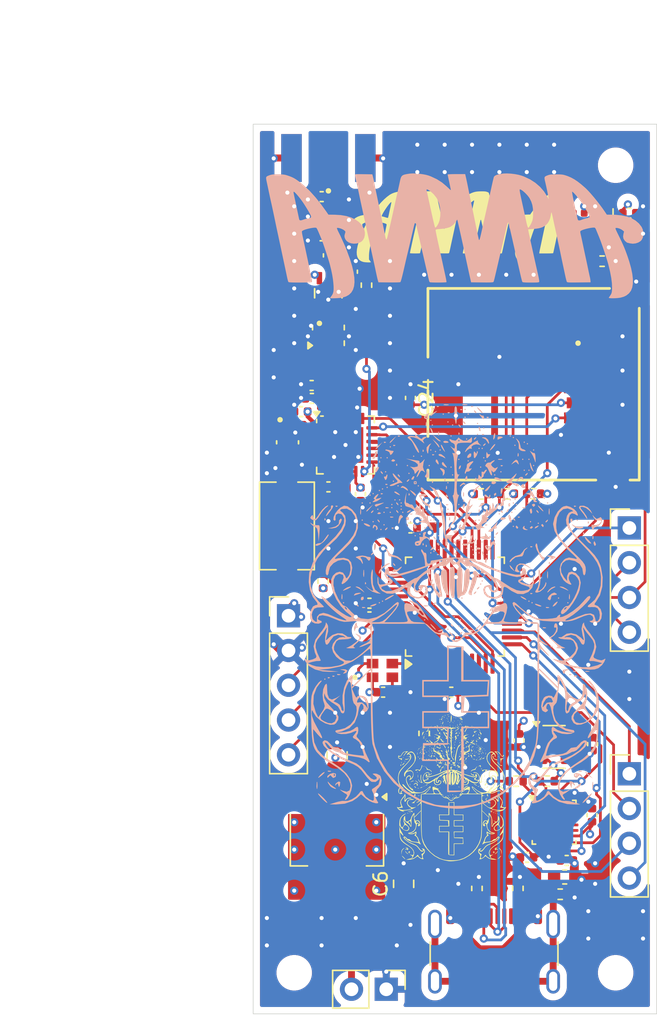
<source format=kicad_pcb>
(kicad_pcb (version 20241229) (generator "pcbnew") (generator_version "9.0")
  (layers (0 "F.Cu" signal) (4 "In1.Cu" signal) (6 "In2.Cu" signal) (2 "B.Cu" signal) (13 "F.Paste" user) (15 "B.Paste" user) (5 "F.SilkS" user "F.Silkscreen") (7 "B.SilkS" user "B.Silkscreen") (1 "F.Mask" user) (3 "B.Mask" user) (25 "Edge.Cuts" user))
  (net 0 "")
  (net 1 "Net-(FL1-RFI_P)")
  (net 2 "D-")
  (net 3 "Net-(Je1-In)")
  (net 4 "Net-(D1-A)")
  (net 5 "Net-(FL1-SW_RFO)")
  (net 6 "Net-(FL1-RFI_N)")
  (net 7 "D+")
  (net 8 "Net-(FL1-RFO)")
  (net 9 "Net-(J1-SHIELD)")
  (net 10 "Net-(FL1-SW_RFI)")
  (net 11 "VBUS")
  (net 12 "+1V8")
  (net 13 "nRST")
  (net 14 "SWCLK")
  (net 15 "MOSI")
  (net 16 "SCK{slash}CLK")
  (net 17 "CS_SD")
  (net 18 "SWDIO")
  (net 19 "MISO")
  (net 20 "SDA")
  (net 21 "+3.3V")
  (net 22 "Net-(U1-PA03)")
  (net 23 "Reset")
  (net 24 "GND")
  (net 25 "BUSY")
  (net 26 "SCL")
  (net 27 "Net-(U8-SDO)")
  (net 28 "Net-(U1-VDDCORE)")
  (net 29 "Net-(U3-VREG)")
  (net 30 "Net-(U3-VR_PA)")
  (net 31 "INT1")
  (net 32 "XTA")
  (net 33 "FSYNC")
  (net 34 "NSS_1")
  (net 35 "DIO1")
  (net 36 "XTB")
  (net 37 "TCXO")
  (net 38 "Net-(U7-REGOUT)")
  (net 39 "Net-(U3-DCC_SW)")
  (net 40 "Net-(U8-CSB)")
  (net 41 "Net-(J1-CC2)")
  (net 42 "Net-(J1-CC1)")
  (net 67 "Net-(U5-CTRL)")
  (net 68 "Net-(U5-RFC)")
  (net 69 "Net-(C21-Pad2)")
  (net 70 "DIO_2")
  (net 73 "D1")
  (net 78 "A1")
  (net 81 "D2")
  (footprint "Resistor_SMD:R_0402_1005Metric" (layer "F.Cu") (at 250.5 89.5 180)
    (property "Reference" "R10" (hide yes))
    (property "Value" "1K" (hide yes))
  )
  (footprint "Capacitor_SMD:C_0402_1005Metric" (layer "F.Cu") (at 237.25862 73.277925 -90)
    (property "Reference" "C15" (hide yes))
    (property "Value" "1nF" (hide yes))
  )
  (footprint "Connector_PinHeader_2.54mm:PinHeader_1x02_P2.54mm_Vertical" (layer "F.Cu") (at 239.728634 125.704842 -90)
    (property "Reference" "J3" (hide yes))
    (property "Value" "POWER IN" (hide yes))
  )
  (footprint "Connector_USB:USB_C_Receptacle_GCT_USB4105-xx-A_16P_TopMnt_Horizontal" (layer "F.Cu") (at 247.610197 124.045555)
    (property "Reference" "J1" (hide yes))
    (property "Value" "USBC" (hide yes))
  )
  (footprint "Capacitor_SMD:C_0402_1005Metric" (layer "F.Cu") (at 233.5 83.5)
    (property "Reference" "C7" (hide yes))
    (property "Value" "1nF" (hide yes))
  )
  (footprint "Capacitor_SMD:C_0402_1005Metric" (layer "F.Cu") (at 254.77165 112.982136 90)
    (property "Reference" "C18" (hide yes))
    (property "Value" "0.1uF" (hide yes))
  )
  (footprint "Capacitor_SMD:C_0402_1005Metric" (layer "F.Cu") (at 238.5 97.5 180)
    (property "Reference" "C2" (hide yes))
    (property "Value" "1uF" (hide yes))
  )
  (footprint "Resistor_SMD:R_0402_1005Metric" (layer "F.Cu") (at 248.584791 89.504462)
    (property "Reference" "R13" (hide yes))
    (property "Value" "1.8k" (hide yes))
  )
  (footprint "MountingHole:MountingHole_2.1mm" (layer "F.Cu") (at 256.5 124.5)
    (property "Reference" "H2" (hide yes))
    (property "Value" "MountingHole_Pad" (hide yes))
  )
  (footprint "RF_Converter:Balun_Johanson_0900FM15K0039" (layer "F.Cu") (at 235.5 77.929821 90)
    (property "Reference" "FL1" (hide yes))
    (property "Value" "0900FM15K0039" (hide yes))
  )
  (footprint "Inductor_SMD:L_0402_1005Metric" (layer "F.Cu") (at 234.751398 80.154535 -90)
    (property "Reference" "L2" (hide yes))
    (property "Value" "47nH" (hide yes))
  )
  (footprint "Package_QFP:TQFP-48_7x7mm_P0.5mm" (layer "F.Cu") (at 244.75 97.75 90)
    (property "Reference" "U1" (hide yes))
    (property "Value" "ATSAMD21G18A-A" (hide yes))
  )
  (footprint "Capacitor_SMD:C_0603_1608Metric" (layer "F.Cu") (at 252.775 117.5 180)
    (property "Reference" "C1" (hide yes))
    (property "Value" "4.7 nF" (hide yes))
  )
  (footprint "SD_Card_Holder:GCT_MEM2061-01-188-00-A_REVA" (layer "F.Cu") (at 250.5 81.5 90)
    (property "Reference" "Jee1" (hide yes))
    (property "Value" "~" (hide yes))
  )
  (footprint "Capacitor_SMD:C_0402_1005Metric" (layer "F.Cu") (at 235.5 89)
    (property "Reference" "C10" (hide yes))
    (property "Value" "470nF" (hide yes))
  )
  (footprint "Capacitor_SMD:C_0402_1005Metric" (layer "F.Cu") (at 234.292033 82.535651)
    (property "Reference" "C14" (hide yes))
    (property "Value" "47pF" (hide yes))
  )
  (footprint "Capacitor_SMD:C_0402_1005Metric" (layer "F.Cu") (at 238.5 98.5)
    (property "Reference" "C3" (hide yes))
    (property "Value" "100nF" (hide yes))
  )
  (footprint "Capacitor_SMD:C_0402_1005Metric" (layer "F.Cu") (at 235.495292 72.085921 90)
    (property "Reference" "C21" (hide yes))
    (property "Value" "39pF" (hide yes))
  )
  (footprint "Capacitor_SMD:C_0402_1005Metric" (layer "F.Cu") (at 241.5 92 180)
    (property "Reference" "C4" (hide yes))
    (property "Value" "100 nF" (hide yes))
  )
  (footprint "Inductor_SMD:L_0402_1005Metric" (layer "F.Cu") (at 235.956987 89.980041 180)
    (property "Reference" "L1" (hide yes))
    (property "Value" "15uH" (hide yes))
  )
  (footprint "Capacitor_SMD:C_0402_1005Metric" (layer "F.Cu") (at 239.5 104 180)
    (property "Reference" "C26" (hide yes))
    (property "Value" "100 nF" (hide yes))
  )
  (footprint "Package_TO_SOT_SMD:SOT-223-3_TabPin2" (layer "F.Cu") (at 236.123354 114.781238 -90)
    (property "Reference" "U2" (hide yes))
    (property "Value" "AMS1117-3.3" (hide yes))
  )
  (footprint "Package_TO_SOT_SMD:SOT-23-5" (layer "F.Cu") (at 252 108)
    (property "Reference" "U4" (hide yes))
    (property "Value" "MIC5504-1.8YM5" (hide yes))
  )
  (footprint "Connector_PinHeader_2.54mm:PinHeader_1x04_P2.54mm_Vertical" (layer "F.Cu") (at 257.5 92)
    (property "Reference" "J5" (hide yes))
    (property "Value" "~" (hide yes))
  )
  (footprint "Button_Switch_SMD:SW_Tactile_SPST_NO_Straight_CK_PTS636Sx25SMTRLFS" (layer "F.Cu") (at 232.469331 91.852693 -90)
    (property "Reference" "SW1" (hide yes))
    (property "Value" "RST" (hide yes))
  )
  (footprint "Resistor_SMD:R_0402_1005Metric" (layer "F.Cu") (at 246.358534 118.3371 -90)
    (property "Reference" "R6" (hide yes))
    (property "Value" "5k1" (hide yes))
  )
  (footprint "Connector_PinHeader_2.54mm:PinHeader_1x05_P2.54mm_Vertical" (layer "F.Cu") (at 232.583781 98.413473)
    (property "Reference" "J2" (hide yes))
    (property "Value" "~" (hide yes))
  )
  (footprint "Resistor_SMD:R_0402_1005Metric" (layer "F.Cu") (at 255.509146 72.509146)
    (property "Reference" "R12" (hide yes))
    (property "Value" "10k" (hide yes))
  )
  (footprint "Resistor_SMD:R_0402_1005Metric" (layer "F.Cu") (at 235.114966 95.892738 -90)
    (property "Reference" "R5" (hide yes))
    (property "Value" "220" (hide yes))
  )
  (footprint "Resistor_SMD:R_0402_1005Metric" (layer "F.Cu") (at 251.5 110.5 180)
    (property "Reference" "R2" (hide yes))
    (property "Value" "10k" (hide yes))
  )
  (footprint "Capacitor_SMD:C_0402_1005Metric" (layer "F.Cu") (at 235.005937 70.65981 180)
    (property "Reference" "C23" (hide yes))
    (property "Value" "3.3pF" (hide yes))
  )
  (footprint "Capacitor_SMD:C_0402_1005Metric" (layer "F.Cu") (at 249.438171 107.528557 -90)
    (property "Reference" "C8" (hide yes))
    (property "Value" "1uF" (hide yes))
  )
  (footprint "MountingHole:MountingHole_2.1mm" (layer "F.Cu") (at 256.5 65.5)
    (property "Reference" "H1" (hide yes))
    (property "Value" "MountingHole_Pad" (hide yes))
  )
  (footprint "Resistor_SMD:R_0402_1005Metric" (layer "F.Cu") (at 257.5 70)
    (property "Reference" "R11" (hide yes))
    (property "Value" "10k" (hide yes))
  )
  (footprint "Resistor_SMD:R_0402_1005Metric" (layer "F.Cu") (at 246.669133 89.513205)
    (property "Reference" "R14" (hide yes))
    (property "Value" "1.8k" (hide yes))
  )
  (footprint "Capacitor_SMD:C_0402_1005Metric" (layer "F.Cu") (at 244.482464 104 180)
    (property "Reference" "C5" (hide yes))
    (property "Value" "10 uF" (hide yes))
  )
  (footprint "Resistor_SMD:R_0402_1005Metric" (layer "F.Cu") (at 242.5 107.01 90)
    (property "Reference" "R4" (hide yes))
    (property "Value" "300" (hide yes))
  )
  (footprint "Resistor_SMD:R_0402_1005Metric" (layer "F.Cu") (at 249.353573 118.333058 -90)
    (property "Reference" "R7" (hide yes))
    (property "Value" "5k1" (hide yes))
  )
  (footprint "Capacitor_SMD:C_0402_1005Metric" (layer "F.Cu") (at 237.842847 89.531147 -90)
    (property "Reference" "C9" (hide yes))
    (property "Value" "100nF" (hide yes))
  )
  (footprint "Connector_PinHeader_2.54mm:PinHeader_1x04_P2.54mm_Vertical" (layer "F.Cu") (at 257.5 109.96)
    (property "Reference" "J4" (hide yes))
    (property "Value" "~" (hide yes))
  )
  (footprint "Custom_Ossilators:OSCCC200X160X50" (layer "F.Cu") (at 232.514008 85.744145 -90)
    (property "Reference" "Y1" (hide yes))
    (property "Value" "FA-128_32.0000MF20X-K5" (hide yes))
  )
  (footprint "Resistor_SMD:R_0402_1005Metric" (layer "F.Cu") (at 238.283792 74.263343 -90)
    (property "Reference" "R8" (hide yes))
    (property "Value" "100" (hide yes))
  )
  (footprint "Capacitor_SMD:C_0402_1005Metric" (layer "F.Cu") (at 254.811609 107.793051 -90)
    (property "Reference" "C12" (hide yes))
    (property "Value" "1uF" (hide yes))
  )
  (footprint "Capacitor_SMD:C_0402_1005Metric" (layer "F.Cu") (at 234.27494 81.591263)
    (property "Reference" "C11" (hide yes))
    (property "Value" "47pF" (hide yes))
  )
  (footprint "Custom_Ossilators:OSC_ECS-327TXO-2012-33-TR" (layer "F.Cu") (at 239.450204 102.410767)
    (property "Reference" "U9" (hide yes))
    (property "Value" "ECS-327TXO-2012" (hide yes))
  )
  (footprint "Package_LGA:Bosch_LGA-8_3x3mm_P0.8mm_ClockwisePinNumbering" (layer "F.Cu") (at 254.6 70.1875 180)
    (property "Reference" "U8" (hide yes))
    (property "Value" "BME280" (hide yes))
  )
  (footprint "Capacitor_SMD:C_0402_1005Metric" (layer "F.Cu") (at 257.5 69)
    (property "Reference" "C25" (hide yes))
    (property "Value" "1uF" (hide yes))
  )
  (footprint "Capacitor_SMD:C_0805_2012Metric" (layer "F.Cu") (at 241 118 90)
    (property "Reference" "C6")
    (property "Value" "22u")
  )
  (footprint "Resistor_SMD:R_0402_1005Metric" (layer "F.Cu") (at 252.445145 118.762297)
    (property "Reference" "R3" (hide yes))
    (property "Value" "1M" (hide yes))
  )
  (footprint "Custom PE4259:PE4259" (layer "F.Cu") (at 235.491675 74.851867 90)
    (property "Reference" "U5" (hide yes))
    (property "Value" "PE4259" (hide yes))
  )
  (footprint "Resistor_SMD:R_0402_1005Metric" (layer "F.Cu") (at 249.228349 110.500612)
    (property "Reference" "R1" (hide yes))
    (property "Value" "10k" (hide yes))
  )
  (footprint "Capacitor_SMD:C_0402_1005Metric" (layer "F.Cu") (at 250.015601 116.066957 180)
    (property "Reference" "C17" (hide yes))
    (property "Value" "0.1uF" (hide yes))
  )
  (footprint "MountingHole:MountingHole_2.1mm" (layer "F.Cu") (at 233 124.5)
    (property "Reference" "H3" (hide yes))
    (property "Value" "MountingHole_Pad" (hide yes))
  )
  (footprint "Inductor_SMD:L_0402_1005Metric" (layer "F.Cu") (at 235.488276 69.221944 90)
    (property "Reference" "L3" (hide yes))
    (property "Value" "9.1nH" (hide yes))
  )
  (footprint "Capacitor_SMD:C_0805_2012Metric" (layer "F.Cu") (at 236.134685 108.618672 90)
    (property "Reference" "C13" (hide yes))
    (property "Value" "22u" (hide yes))
  )
  (footprint "Capacitor_SMD:C_0402_1005Metric" (layer "F.Cu") (at 241.5 82.5 -90)
    (property "Reference" "C24")
    (property "Value" "100nF")
  )
  (footprint "LOGO" (layer "F.Cu") (at 248.50735 69.284702)
    (property "Reference" "G***" (hide yes))
    (property "Value" "LOGO" (hide yes))
  )
  (footprint "Capacitor_SMD:C_0402_1005Metric" (layer "F.Cu") (at 252.922407 116.293085)
    (property "Reference" "C22" (hide yes))
    (property "Value" "0.1uF" (hide yes))
  )
  (footprint "Capacitor_SMD:C_0402_1005Metric" (layer "F.Cu") (at 235.007653 67.793353 180)
    (property "Reference" "C27" (hide yes))
    (property "Value" "3.3pF" (hide yes))
  )
  (footprint "LED_SMD:LED_0201_0603Metric" (layer "F.Cu") (at 244.5 109.5 180)
    (property "Reference" "D1" (hide yes))
    (property "Value" "LED" (hide yes))
  )
  (footprint "Package_DFN_QFN:QFN-24-1EP_4x4mm_P0.5mm_EP2.6x2.6mm" (layer "F.Cu") (at 236.75 85.9375)
    (property "Reference" "U3" (hide yes))
    (property "Value" "SX1262IMLTRT" (hide yes))
  )
  (footprint "Custom_SMA:RFSOLUTIONS_CON-SMA-EDGE-S" (layer "F.Cu") (at 235.5 64.9725 -90)
    (property "Reference" "Je1" (hide yes))
    (property "Value" "Conn_Coaxial" (hide yes))
  )
  (footprint "Sensor_Motion:InvenSense_QFN-24_3x3mm_P0.4mm" (layer "F.Cu") (at 252 113.5)
    (property "Reference" "U7" (hide yes))
    (property "Value" "ICM-20948" (hide yes))
  )
  (footprint "LOGO" (layer "F.Cu") (at 244.5 111)
    (property "Reference" "G***" (hide yes))
    (property "Value" "LOGO" (hide yes))
  )
  (footprint "LOGO" (layer "B.Cu") (at 211.740527 70.481246 180)
    (property "Reference" "G***" (hide yes))
    (property "Value" "LOGO" (hide yes))
  )
  (footprint "LOGO" (layer "B.Cu") (at 244.75 97.75 180)
    (property "Reference" "G***" (hide yes))
    (property "Value" "LOGO" (hide yes))
  )
  (gr_poly (pts (xy 235.75 90.25) (xy 235.75 89.75) (xy 235.25 89.25) (xy 235.25 88.5) (xy 235.5 88.250004) (xy 235.5 87.75) (xy 234.75 87.75) (xy 234.75 90.25)) (stroke (width 0.2)) (fill yes) (layer "F.Cu") (net 29))
  (gr_rect (start 232.647653 113) (end 239.563293 119.063293) (stroke (width 0.2)) (fill yes) (layer "F.Cu") (net 21))
  (gr_rect (start 230 62.5) (end 259.5 127.5) (stroke (width 0.05)) (fill no) (layer "Edge.Cuts"))
  (segment (start 236.25 78.629821) (end 237 79.379821) (width 0.2) (layer "F.Cu") (net 1))
  (segment (start 237 79.379821) (end 237 84) (width 0.2) (layer "F.Cu") (net 1))
  (segment (start 246.86 122) (end 246.86 120.365752) (width 0.2) (layer "F.Cu") (net 2))
  (segment (start 247.593021 119.489555) (end 247.127373 119.489555) (width 0.2) (layer "F.Cu") (net 2))
  (segment (start 246.860197 119.756731) (end 246.860197 120.365555) (width 0.2) (layer "F.Cu") (net 2))
  (segment (start 247.860197 120.365555) (end 247.860197 119.756731) (width 0.2) (layer "F.Cu") (net 2))
  (segment (start 247.860197 119.756731) (end 247.593021 119.489555) (width 0.2) (layer "F.Cu") (net 2))
  (segment (start 247.127373 119.489555) (end 246.860197 119.756731) (width 0.2) (layer "F.Cu") (net 2))
  (segment (start 243.5 95.219752) (end 243.5 93.5875) (width 0.2) (layer "F.Cu") (net 2))
  (segment (start 246.86 120.365752) (end 246.860197 120.365555) (width 0.2) (layer "F.Cu") (net 2))
  (via (at 246.86 122) (size 0.6) (drill 0.3) (layers "F.Cu" "B.Cu") (net 2))
  (via (at 243.5 95.219752) (size 0.6) (drill 0.3) (layers "F.Cu" "B.Cu") (net 2))
  (segment (start 248.108944 122.101) (end 248.461001 121.748943) (width 0.2) (layer "B.Cu") (net 2))
  (segment (start 246.86 122) (end 246.961 122.101) (width 0.2) (layer "B.Cu") (net 2))
  (segment (start 246.961 122.101) (end 248.108944 122.101) (width 0.2) (layer "B.Cu") (net 2))
  (segment (start 248.461001 121.251057) (end 248.361001 121.151057) (width 0.2) (layer "B.Cu") (net 2))
  (segment (start 243.5 97.5) (end 248.361001 102.361001) (width 0.2) (layer "B.Cu") (net 2))
  (segment (start 243.5 95.219752) (end 243.5 97.5) (width 0.2) (layer "B.Cu") (net 2))
  (segment (start 248.361001 121.151057) (end 248.361001 102.361001) (width 0.2) (layer "B.Cu") (net 2))
  (segment (start 248.461001 121.748943) (end 248.461001 121.251057) (width 0.2) (layer "B.Cu") (net 2))
  (segment (start 235.5 67.781006) (end 235.487653 67.793353) (width 0.2) (layer "F.Cu") (net 3))
  (segment (start 235.487653 67.793353) (end 235.487653 68.736321) (width 0.2) (layer "F.Cu") (net 3))
  (segment (start 235.487653 68.736321) (end 235.488276 68.736944) (width 0.2) (layer "F.Cu") (net 3))
  (segment (start 235.5 64.9725) (end 235.5 67.781006) (width 0.2) (layer "F.Cu") (net 3))
  (segment (start 242.5 107.52) (end 242.5 107.82) (width 0.2) (layer "F.Cu") (net 4))
  (segment (start 242.5 107.82) (end 244.18 109.5) (width 0.2) (layer "F.Cu") (net 4))
  (segment (start 235.25 76.895997) (end 235.25 77.229821) (width 0.2) (layer "F.Cu") (net 5))
  (segment (start 234.841675 76.487672) (end 235.25 76.895997) (width 0.2) (layer "F.Cu") (net 5))
  (segment (start 234.841675 75.951867) (end 234.841675 76.487672) (width 0.2) (layer "F.Cu") (net 5))
  (segment (start 236.5 80.25) (end 236.5 84) (width 0.2) (layer "F.Cu") (net 6))
  (segment (start 235.75 78.629821) (end 235.75 79.5) (width 0.2) (layer "F.Cu") (net 6))
  (segment (start 235.75 79.5) (end 236.5 80.25) (width 0.2) (layer "F.Cu") (net 6))
  (segment (start 242.899 96.5) (end 242.899 94.970809) (width 0.2) (layer "F.Cu") (net 7))
  (segment (start 247.826176 121.5) (end 247.860001 121.5) (width 0.2) (layer "F.Cu") (net 7))
  (segment (start 248 121.5) (end 248.36 121.14) (width 0.2) (layer "F.Cu") (net 7))
  (segment (start 248.36 120.365752) (end 248.360197 120.365555) (width 0.2) (layer "F.Cu") (net 7))
  (segment (start 247.360197 120.365555) (end 247.36 120.365752) (width 0.2) (layer "F.Cu") (net 7))
  (segment (start 242.899 94.970809) (end 243 94.869809) (width 0.2) (layer "F.Cu") (net 7))
  (segment (start 243 94.869809) (end 243 93.5875) (width 0.2) (layer "F.Cu") (net 7))
  (segment (start 247.860001 121.5) (end 248 121.5) (width 0.2) (layer "F.Cu") (net 7))
  (segment (start 247.36 121.033824) (end 247.826176 121.5) (width 0.2) (layer "F.Cu") (net 7))
  (segment (start 247.36 120.365752) (end 247.36 121.033824) (width 0.2) (layer "F.Cu") (net 7))
  (segment (start 248.36 121.14) (end 248.36 120.365752) (width 0.2) (layer "F.Cu") (net 7))
  (via (at 247.860001 121.5) (size 0.6) (drill 0.3) (layers "F.Cu" "B.Cu") (net 7))
  (via (at 242.899 96.5) (size 0.6) (drill 0.3) (layers "F.Cu" "B.Cu") (net 7))
  (segment (start 247.949041 102.627833) (end 247.949041 121.41096) (width 0.2) (layer "B.Cu") (net 7))
  (segment (start 242.899 97.577792) (end 247.949041 102.627833) (width 0.2) (layer "B.Cu") (net 7))
  (segment (start 242.899 96.5) (end 242.899 97.577792) (width 0.2) (layer "B.Cu") (net 7))
  (segment (start 247.949041 121.41096) (end 247.860001 121.5) (width 0.2) (layer "B.Cu") (net 7))
  (segment (start 234.75 79.668137) (end 234.751398 79.669535) (width 0.2) (layer "F.Cu") (net 8))
  (segment (start 234.75 78.629821) (end 234.75 79.668137) (width 0.2) (layer "F.Cu") (net 8))
  (segment (start 234.751398 79.669535) (end 236 80.918137) (width 0.2) (layer "F.Cu") (net 8))
  (segment (start 236 80.918137) (end 236 84) (width 0.2) (layer "F.Cu") (net 8))
  (segment (start 252 118.697442) (end 251.935145 118.762297) (width 0.5) (layer "F.Cu") (net 9))
  (segment (start 251.935145 118.762297) (end 251.935145 120.935607) (width 0.5) (layer "F.Cu") (net 9))
  (segment (start 243.290197 125.120555) (end 251.930197 125.120555) (width 0.5) (layer "F.Cu") (net 9))
  (segment (start 252 117.5) (end 252 118.697442) (width 0.5) (layer "F.Cu") (net 9))
  (segment (start 243.290197 120.940555) (end 243.290197 125.120555) (width 0.5) (layer "F.Cu") (net 9))
  (segment (start 251.930197 120.940555) (end 251.930197 125.120555) (width 0.5) (layer "F.Cu") (net 9))
  (segment (start 251.935145 120.935607) (end 251.930197 120.940555) (width 0.5) (layer "F.Cu") (net 9))
  (segment (start 236.25 76.060192) (end 236.25 77.229821) (width 0.2) (layer "F.Cu") (net 10))
  (segment (start 236.141675 75.951867) (end 236.25 76.060192) (width 0.2) (layer "F.Cu") (net 10))
  (segment (start 234 121.5) (end 231.5 119) (width 0.5) (layer "F.Cu") (net 11))
  (segment (start 245.21 120.365358) (end 245.21 119.7959) (width 0.5) (layer "F.Cu") (net 11))
  (segment (start 244.423742 118.95) (end 241 118.95) (width 0.5) (layer "F.Cu") (net 11))
  (segment (start 233.823354 111.273354) (end 233.823354 111.631238) (width 0.5) (layer "F.Cu") (net 11))
  (segment (start 241 118.95) (end 238.45 121.5) (width 0.5) (layer "F.Cu") (net 11))
  (segment (start 250.010197 120.903836) (end 248.263033 122.651) (width 0.3) (layer "F.Cu") (net 11))
  (segment (start 246.590346 122.651) (end 245.446197 121.506851) (width 0.3) (layer "F.Cu") (net 11))
  (segment (start 233 111) (end 233.55 111) (width 0.5) (layer "F.Cu") (net 11))
  (segment (start 231.5 119) (end 231.5 112.5) (width 0.5) (layer "F.Cu") (net 11))
  (segment (start 245.210197 120.895089) (end 245.210197 120.365555) (width 0.3) (layer "F.Cu") (net 11))
  (segment (start 250.010197 120.365555) (end 250.010197 120.903836) (width 0.3) (layer "F.Cu") (net 11))
  (segment (start 238.45 121.5) (end 237 121.5) (width 0.5) (layer "F.Cu") (net 11))
  (segment (start 231.5 112.5) (end 233 111) (width 0.5) (layer "F.Cu") (net 11))
  (segment (start 237.188634 125.704842) (end 237.213237 125.680239) (width 0.5) (layer "F.Cu") (net 11))
  (segment (start 245.210197 120.365555) (end 245.21 120.365358) (width 0.5) (layer "F.Cu") (net 11))
  (segment (start 237 121.5) (end 234 121.5) (width 0.5) (layer "F.Cu") (net 11))
  (segment (start 233.55 111) (end 233.823354 111.273354) (width 0.5) (layer "F.Cu") (net 11))
  (segment (start 237.188634 121.688634) (end 237 121.5) (width 0.5) (layer "F.Cu") (net 11))
  (segment (start 241.05 119) (end 241 118.95) (width 0.5) (layer "F.Cu") (net 11))
  (segment (start 245.210197 119.736455) (end 244.423742 118.95) (width 0.5) (layer "F.Cu") (net 11))
  (segment (start 245.446197 121.131089) (end 245.210197 120.895089) (width 0.3) (layer "F.Cu") (net 11))
  (segment (start 248.263033 122.651) (end 246.590346 122.651) (width 0.3) (layer "F.Cu") (net 11))
  (segment (start 245.446197 121.506851) (end 245.446197 121.131089) (width 0.3) (layer "F.Cu") (net 11))
  (segment (start 245.210197 120.365555) (end 245.210197 119.736455) (width 0.5) (layer "F.Cu") (net 11))
  (segment (start 237.188634 125.704842) (end 237.188634 121.688634) (width 0.5) (layer "F.Cu") (net 11))
  (segment (start 251.4 115) (end 251.4 115.372774) (width 0.2) (layer "F.Cu") (net 12))
  (segment (start 254 110.5) (end 253.160126 110.5) (width 0.2) (layer "F.Cu") (net 12))
  (segment (start 250.562558 116) (end 250.495601 116.066957) (width 0.2) (layer "F.Cu") (net 12))
  (segment (start 254.811609 107.295526) (end 254.811609 107.313051) (width 0.2) (layer "F.Cu") (net 12))
  (segment (start 251.8 111.627226) (end 251.8 112) (width 0.2) (layer "F.Cu") (net 12))
  (segment (start 255.422609 107.924051) (end 255.422609 109.077391) (width 0.2) (layer "F.Cu") (net 12))
  (segment (start 250.48 116.051356) (end 250.495601 116.066957) (width 0.2) (layer "F.Cu") (net 12))
  (segment (start 250.495601 115.984399) (end 250.505791 115.974209) (width 0.2) (layer "F.Cu") (net 12))
  (segment (start 253.160126 110.5) (end 252.236126 111.424) (width 0.2) (layer "F.Cu") (net 12))
  (segment (start 249.5 114.969893) (end 250.48 115.949893) (width 0.2) (layer "F.Cu") (net 12))
  (segment (start 253.1375 107.05) (end 254.566083 107.05) (width 0.2) (layer "F.Cu") (net 12))
  (segment (start 250.495601 116.066957) (end 250.495601 115.984399) (width 0.2) (layer "F.Cu") (net 12))
  (segment (start 254.566083 107.05) (end 254.811609 107.295526) (width 0.2) (layer "F.Cu") (net 12))
  (segment (start 250.772774 116) (end 250.562558 116) (width 0.2) (layer "F.Cu") (net 12))
  (segment (start 255.422609 109.077391) (end 254 110.5) (width 0.2) (layer "F.Cu") (net 12))
  (segment (start 252.236126 111.424) (end 252.003226 111.424) (width 0.2) (layer "F.Cu") (net 12))
  (segment (start 249.5 112) (end 249.5 114.969893) (width 0.2) (layer "F.Cu") (net 12))
  (segment (start 254.811609 107.313051) (end 255.422609 107.924051) (width 0.2) (layer "F.Cu") (net 12))
  (segment (start 250.48 115.949893) (end 250.48 116.051356) (width 0.2) (layer "F.Cu") (net 12))
  (segment (start 252.003226 111.424) (end 251.8 111.627226) (width 0.2) (layer "F.Cu") (net 12))
  (segment (start 251.4 115.372774) (end 250.772774 116) (width 0.2) (layer "F.Cu") (net 12))
  (via (at 249.5 112) (size 0.6) (drill 0.3) (layers "F.Cu" "B.Cu") (net 12))
  (via (at 254 110.5) (size 0.6) (drill 0.3) (layers "F.Cu" "B.Cu") (net 12))
  (segment (start 249.5 112) (end 251 110.5) (width 0.2) (layer "B.Cu") (net 12))
  (segment (start 251 110.5) (end 254 110.5) (width 0.2) (layer "B.Cu") (net 12))
  (segment (start 232.583781 103.493473) (end 232.583781 103.185423) (width 0.2) (layer "F.Cu") (net 13))
  (segment (start 236.232228 96.5) (end 240.5875 96.5) (width 0.2) (layer "F.Cu") (net 13))
  (segment (start 232.822024 95.375) (end 235.107228 95.375) (width 0.2) (layer "F.Cu") (net 13))
  (segment (start 236.232228 99.536976) (end 236.232228 96.5) (width 0.2) (layer "F.Cu") (net 13))
  (segment (start 235.114966 95.382738) (end 236.232228 96.5) (width 0.2) (layer "F.Cu") (net 13))
  (segment (start 232.469331 95.727693) (end 232.822024 95.375) (width 0.2) (layer "F.Cu") (net 13))
  (segment (start 235.107228 95.375) (end 235.114966 95.382738) (width 0.2) (layer "F.Cu") (net 13))
  (segment (start 232.583781 103.185423) (end 236.232228 99.536976) (width 0.2) (layer "F.Cu") (net 13))
  (segment (start 232.583781 106.033473) (end 232.5 105.949692) (width 0.2) (layer "F.Cu") (net 14))
  (segment (start 239.430463 99) (end 240.5875 99) (width 0.2) (layer "F.Cu") (net 14))
  (segment (start 232.5 105.930463) (end 239.430463 99) (width 0.2) (layer "F.Cu") (net 14))
  (segment (start 232.5 105.949692) (end 232.5 105.930463) (width 0.2) (layer "F.Cu") (net 14))
  (segment (start 241.773 87.241751) (end 241.773 88.273) (width 0.2) (layer "F.Cu") (net 15))
  (segment (start 238.6875 85.1875) (end 239.237557 85.1875) (width 0.2) (layer "F.Cu") (net 15))
  (segment (start 241.773 88.273) (end 243.5 90) (width 0.2) (layer "F.Cu") (net 15))
  (segment (start 252.750057 81.76) (end 251.5 83.010057) (width 0.2) (layer "F.Cu") (net 15))
  (segment (start 239.237557 85.1875) (end 239.251057 85.201) (width 0.2) (layer "F.Cu") (net 15))
  (segment (start 253.725 81.76) (end 252.750057 81.76) (width 0.2) (layer "F.Cu") (net 15))
  (segment (start 239.732249 85.201) (end 241.773 87.241751) (width 0.2) (layer "F.Cu") (net 15))
  (segment (start 251.5 83.010057) (end 251.5 88) (width 0.2) (layer "F.Cu") (net 15))
  (segment (start 255.38 97.5) (end 257.5 99.62) (width 0.2) (layer "F.Cu") (net 15))
  (segment (start 247.5 97.5) (end 248.9125 97.5) (width 0.2) (layer "F.Cu") (net 15))
  (segment (start 239.251057 85.201) (end 239.732249 85.201) (width 0.2) (layer "F.Cu") (net 15))
  (segment (start 248.9125 97.5) (end 255.38 97.5) (width 0.2) (layer "F.Cu") (net 15))
  (via (at 251.5 88) (size 0.6) (drill 0.3) (layers "F.Cu" "B.Cu") (net 15))
  (via (at 243.5 90) (size 0.6) (drill 0.3) (layers "F.Cu" "B.Cu") (net 15))
  (via (at 247.5 97.5) (size 0.6) (drill 0.3) (layers "F.Cu" "B.Cu") (net 15))
  (segment (start 247.5 92) (end 247.5 96.150057) (width 0.2) (layer "B.Cu") (net 15))
  (segment (start 243.5 90) (end 243.999 90.499) (width 0.2) (layer "B.Cu") (net 15))
  (segment (start 247.5 97.5) (end 247.684543 97.315457) (width 0.2) (layer "B.Cu") (net 15))
  (segment (start 247.5 96.150057) (end 247.5 97.5) (width 0.2) (layer "B.Cu") (net 15))
  (segment (start 251.5 88) (end 247.5 92) (width 0.2) (layer "B.Cu") (net 15))
  (segment (start 243.999 90.499) (end 243.999 92.649057) (width 0.2) (layer "B.Cu") (net 15))
  (segment (start 243.999 92.649057) (end 247.5 96.150057) (width 0.2) (layer "B.Cu") (net 15))
  (segment (start 250 97) (end 250.08 97.08) (width 0.2) (layer "F.Cu") (net 16))
  (segment (start 239.4125 84.6875) (end 239.5 84.6) (width 0.2) (layer "F.Cu") (net 16))
  (segment (start 250.08 97.08) (end 257.5 97.08) (width 0.2) (layer "F.Cu") (net 16))
  (segment (start 252.1 84) (end 252.14 83.96) (width 0.2) (layer "F.Cu") (net 16))
  (segment (start 258.651 95.929) (end 257.5 97.08) (width 0.2) (layer "F.Cu") (net 16))
  (segment (start 258.651 87.686) (end 258.651 95.929) (width 0.2) (layer "F.Cu") (net 16))
  (segment (start 248.9125 97) (end 250 97) (width 0.2) (layer "F.Cu") (net 16))
  (segment (start 238.6875 84.6875) (end 239.4125 84.6875) (width 0.2) (layer "F.Cu") (net 16))
  (segment (start 252.14 83.96) (end 254.925 83.96) (width 0.2) (layer "F.Cu") (net 16))
  (segment (start 254.925 83.96) (end 258.651 87.686) (width 0.2) (layer "F.Cu") (net 16))
  (via (at 239.5 84.6) (size 0.6) (drill 0.3) (layers "F.Cu" "B.Cu") (net 16))
  (via (at 252.1 84) (size 0.6) (drill 0.3) (layers "F.Cu" "B.Cu") (net 16))
  (segment (start 251.5 84.6) (end 239.5 84.6) (width 0.2) (layer "B.Cu") (net 16))
  (segment (start 252.1 84) (end 251.5 84.6) (width 0.2) (layer "B.Cu") (net 16))
  (segment (start 250 89.49) (end 249.99 89.5) (width 0.2) (layer "F.Cu") (net 17))
  (segment (start 250 89.51) (end 250 93.9125) (width 0.2) (layer "F.Cu") (net 17))
  (segment (start 250 93.9125) (end 248.9125 95) (width 0.2) (layer "F.Cu") (net 17))
  (segment (start 249.99 89.5) (end 250 89.51) (width 0.2) (layer "F.Cu") (net 17))
  (segment (start 253.325 80.66) (end 251.84 80.66) (width 0.2) (layer "F.Cu") (net 17))
  (segment (start 251.84 80.66) (end 250 82.5) (width 0.2) (layer "F.Cu") (net 17))
  (segment (start 250 82.5) (end 250 89.49) (width 0.2) (layer "F.Cu") (net 17))
  (segment (start 234 106.849204) (end 234 105) (width 0.2) (layer "F.Cu") (net 18))
  (segment (start 232.583781 108.265423) (end 234 106.849204) (width 0.2) (layer "F.Cu") (net 18))
  (segment (start 234 105) (end 239.5 99.5) (width 0.2) (layer "F.Cu") (net 18))
  (segment (start 232.583781 108.573473) (end 232.583781 108.265423) (width 0.2) (layer "F.Cu") (net 18))
  (segment (start 239.5 99.5) (end 240.5875 99.5) (width 0.2) (layer "F.Cu") (net 18))
  (segment (start 253.725 86.16) (end 254.627 86.16) (width 0.2) (layer "F.Cu") (net 19))
  (segment (start 255.026 91.474) (end 250 96.5) (width 0.2) (layer "F.Cu") (net 19))
  (segment (start 239.214798 85.7865) (end 239.189798 85.7615) (width 0.2) (layer "F.Cu") (net 19))
  (segment (start 239.750649 85.7865) (end 239.214798 85.7865) (width 0.2) (layer "F.Cu") (net 19))
  (segment (start 241.372 88.4391) (end 241.372 87.407851) (width 0.2) (layer "F.Cu") (net 19))
  (segment (start 248.9125 96.5) (end 250 96.5) (width 0.2) (layer "F.Cu") (net 19))
  (segment (start 254.627 86.16) (end 255.026 86.559) (width 0.2) (layer "F.Cu") (net 19))
  (segment (start 238.6875 85.7615) (end 238.6875 85.6875) (width 0.2) (layer "F.Cu") (net 19))
  (segment (start 241.372 87.407851) (end 239.750649 85.7865) (width 0.2) (layer "F.Cu") (net 19))
  (segment (start 255.026 86.559) (end 255.026 91.474) (width 0.2) (layer "F.Cu") (net 19))
  (segment (start 250 96.5) (end 255.54 96.5) (width 0.2) (layer "F.Cu") (net 19))
  (segment (start 247 95.5) (end 248 96.5) (width 0.2) (layer "F.Cu") (net 19))
  (segment (start 242.675734 90.024263) (end 242.675734 89.742834) (width 0.2) (layer "F.Cu") (net 19))
  (segment (start 248 96.5) (end 248.9125 96.5) (width 0.2) (layer "F.Cu") (net 19))
  (segment (start 239.189798 85.7615) (end 238.6875 85.7615) (width 0.2) (layer "F.Cu") (net 19))
  (segment (start 242.675734 89.742834) (end 241.372 88.4391) (width 0.2) (layer "F.Cu") (net 19))
  (segment (start 255.54 96.5) (end 257.5 94.54) (width 0.2) (layer "F.Cu") (net 19))
  (segment (start 246 95.5) (end 247 95.5) (width 0.2) (layer "F.Cu") (net 19))
  (via (at 246 95.5) (size 0.6) (drill 0.3) (layers "F.Cu" "B.Cu") (net 19))
  (via (at 242.675734 90.024263) (size 0.6) (drill 0.3) (layers "F.Cu" "B.Cu") (net 19))
  (segment (start 242.675734 90.024263) (end 242.675734 90.675734) (width 0.2) (layer "B.Cu") (net 19))
  (segment (start 242.675734 90.675734) (end 243.5 91.5) (width 0.2) (layer "B.Cu") (net 19))
  (segment (start 243.5 93) (end 246 95.5) (width 0.2) (layer "B.Cu") (net 19))
  (segment (start 243.5 91.5) (end 243.5 93) (width 0.2) (layer "B.Cu") (net 19))
  (segment (start 248.070329 89.5) (end 248.074791 89.504462) (width 0.2) (layer "F.Cu") (net 20))
  (segment (start 249.376853 109.508227) (end 249.738349 109.869723) (width 0.2) (layer "F.Cu") (net 20))
  (segment (start 249 88.579253) (end 249 81.5671) (width 0.2) (layer "F.Cu") (net 20))
  (segment (start 251.401 77.6661) (end 254.2 74.8671) (width 0.2) (layer "F.Cu") (net 20))
  (segment (start 244.824265 95.126974) (end 244.5 94.802709) (width 0.2) (layer "F.Cu") (net 20))
  (segment (start 248 90.5) (end 248 89.579253) (width 0.2) (layer "F.Cu") (net 20))
  (segment (start 248.074791 89.504462) (end 249 88.579253) (width 0.2) (layer "F.Cu") (net 20))
  (segment (start 249 81.5671) (end 251.401 79.1661) (width 0.2) (layer "F.Cu") (net 20))
  (segment (start 244.5 92.816176) (end 244.5 93.5875) (width 0.2) (layer "F.Cu") (net 20))
  (segment (start 249.738349 110.738349) (end 251 112) (width 0.2) (layer "F.Cu") (net 20))
  (segment (start 251.401 79.1661) (end 251.401 77.6661) (width 0.2) (layer "F.Cu") (net 20))
  (segment (start 248 89.579253) (end 248.074791 89.504462) (width 0.2) (layer "F.Cu") (net 20))
  (segment (start 244.5 94.802709) (end 244.5 93.5875) (width 0.2) (layer "F.Cu") (net 20))
  (segment (start 254.2 74.8671) (end 254.2 71.375) (width 0.2) (layer "F.Cu") (net 20))
  (segment (start 249.376853 109) (end 249.376853 109.508227) (width 0.2) (layer "F.Cu") (net 20))
  (segment (start 245.304404 92.246884) (end 245.069292 92.246884) (width 0.2) (layer "F.Cu") (net 20))
  (segment (start 244.824265 95.590398) (end 244.824265 95.126974) (width 0.2) (layer "F.Cu") (net 20))
  (segment (start 249.738349 109.869723) (end 249.738349 110.738349) (width 0.2) (layer "F.Cu") (net 20))
  (segment (start 245.069292 92.246884) (end 244.5 92.816176) (width 0.2) (layer "F.Cu") (net 20))
  (via (at 244.824265 95.590398) (size 0.6) (drill 0.3) (layers "F.Cu" "B.Cu") (net 20))
  (via (at 249.376853 109) (size 0.6) (drill 0.3) (layers "F.Cu" "B.Cu") (net 20))
  (via (at 248 90.5) (size 0.6) (drill 0.3) (layers "F.Cu" "B.Cu") (net 20))
  (via (at 245.304404 92.246884) (size 0.6) (drill 0.3) (layers "F.Cu" "B.Cu") (net 20))
  (segment (start 258.651 116.429) (end 258.651 107.801057) (width 0.2) (layer "B.Cu") (net 20))
  (segment (start 245.304404 92.095308) (end 245.399712 92) (width 0.2) (layer "B.Cu") (net 20))
  (segment (start 249.177853 108.801) (end 249.177853 101.480793) (width 0.2) (layer "B.Cu") (net 20))
  (segment (start 244.824265 95.590398) (end 244.824265 97.127205) (width 0.2) (layer "B.Cu") (net 20))
  (segment (start 245.304404 92.246884) (end 245.304404 92.095308) (width 0.2) (layer "B.Cu") (net 20))
  (segment (start 249.376853 109) (end 249.177853 108.801) (width 0.2) (layer "B.Cu") (net 20))
  (segment (start 245.399712 92) (end 246.5 92) (width 0.2) (layer "B.Cu") (net 20))
  (segment (start 258.651 107.801057) (end 250.501413 99.65147) (width 0.2) (layer "B.Cu") (net 20))
  (segment (start 249.177853 101.480793) (end 247.34853 99.65147) (width 0.2) (layer "B.Cu") (net 20))
  (segment (start 246.5 92) (end 248 90.5) (width 0.2) (layer "B.Cu") (net 20))
  (segment (start 257.5 117.58) (end 258.651 116.429) (width 0.2) (layer "B.Cu") (net 20))
  (segment (start 250.501413 99.65147) (end 247.34853 99.65147) (width 0.2) (layer "B.Cu") (net 20))
  (segment (start 244.824265 97.127205) (end 247.34853 99.65147) (width 0.2) (layer "B.Cu") (net 20))
  (segment (start 250.15 98.966176) (end 249.683824 98.5) (width 0.2) (layer "F.Cu") (net 21))
  (segment (start 238.98 98.5) (end 240.5875 98.5) (width 0.2) (layer "F.Cu") (net 21))
  (segment (start 249.438171 107.048557) (end 250.861057 107.048557) (width 0.2) (layer "F.Cu") (net 21))
  (segment (start 241.52 83) (end 241.5 82.98) (width 0.2) (layer "F.Cu") (net 21))
  (segment (start 255.8 69) (end 257.02 69) (width 0.2) (layer "F.Cu") (net 21))
  (segment (start 249.683824 98.5) (end 248.9125 98.5) (width 0.2) (layer "F.Cu") (net 21))
  (segment (start 236.123354 111.631238) (end 236.134685 111.619907) (width 0.5) (layer "F.Cu") (net 21))
  (segment (start 254.625336 113.917964) (end 254.77165 113.77165) (width 0.2) (layer "F.Cu") (net 21))
  (segment (start 238 99.5) (end 238 99.48) (width 0.2) (layer "F.Cu") (net 21))
  (segment (start 251.944667 109.344667) (end 252.5 109.9) (width 0.2) (layer "F.Cu") (net 21))
  (segment (start 253.871774 114.501) (end 253.870774 114.5) (width 0.2) (layer "F.Cu") (net 21))
  (segment (start 250.861057 107.048557) (end 250.8625 107.05) (width 0.2) (layer "F.Cu") (net 21))
  (segment (start 257.02 69) (end 257.02 68.741329) (width 0.2) (layer "F.Cu") (net 21))
  (segment (start 233.413473 98.413473) (end 233.5 98.5) (width 0.5) (layer "F.Cu") (net 21))
  (segment (start 252.01 110.5) (end 252.01 110.39) (width 0.2) (layer "F.Cu") (net 21))
  (segment (start 241.98 92) (end 241.98 93.5675) (width 0.2) (layer "F.Cu") (net 21))
  (segment (start 254.77165 113.77165) (end 254.77165 113.462136) (width 0.2) (layer "F.Cu") (net 21))
  (segment (start 244.962464 103.505482) (end 244.962464 104) (width 0.2) (layer "F.Cu") (net 21))
  (segment (start 241.98 92) (end 241.98 91.52) (width 0.2) (layer "F.Cu") (net 21))
  (segment (start 232.583781 97.916219) (end 233 97.5) (width 0.5) (layer "F.Cu") (net 21))
  (segment (start 246.013205 89.513205) (end 246 89.5) (width 0.2) (layer "F.Cu") (net 21))
  (segment (start 237.842847 89.051147) (end 237.5 88.7083) (width 0.2) (layer "F.Cu") (net 21))
  (segment (start 232.583781 98.413473) (end 232.583781 97.916219) (width 0.5) (layer "F.Cu") (net 21))
  (segment (start 244.962464 104) (end 244.962464 104.962464) (width 0.2) (layer "F.Cu") (net 21))
  (segment (start 244.962464 104.962464) (end 245 105) (width 0.2) (layer "F.Cu") (net 21))
  (segment (start 249.438171 107.048557) (end 249.438171 106.425024) (width 0.2) (layer "F.Cu") (net 21))
  (segment (start 250.8625 108.95) (end 251.55 108.95) (width 0.2) (layer "F.Cu") (net 21))
  (segment (start 254.2 69) (end 254.2 68.500003) (width 0.2) (layer "F.Cu") (net 21))
  (segment (start 237.704875 102.295125) (end 238.089233 101.910767) (width 0.2) (layer "F.Cu") (net 21))
  (segment (start 238 99.48) (end 238.98 98.5) (width 0.2) (layer "F.Cu") (net 21))
  (segment (start 242.5 83) (end 241.52 83) (width 0.2) (layer "F.Cu") (net 21))
  (segment (start 233.98 83.855) (end 234.8125 84.6875) (width 0.3) (layer "F.Cu") (net 21))
  (segment (start 239.02 104) (end 238.5 104) (width 0.2) (layer "F.Cu") (net 21))
  (segment (start 257.02 68.741329) (end 257.396068 68.365261) (width 0.2) (layer "F.Cu") (net 21))
  (segment (start 237.5 88.7083) (end 237.5 87.875) (width 0.2) (layer "F.Cu") (net 21))
  (segment (start 233.98 83.5) (end 233.98 83.855) (width 0.3) (layer "F.Cu") (net 21))
  (segment (start 254.77165 113.462136) (end 254.77165 113.601124) (width 0.2) (layer "F.Cu") (net 21))
  (segment (start 238.089233 101.910767) (end 238.725204 101.910767) (width 0.2) (layer "F.Cu") (net 21))
  (segment (start 254.77165 113.601124) (end 253.871774 114.501) (width 0.2) (layer "F.Cu") (net 21))
  (segment (start 237 87.875) (end 237.5 87.875) (width 0.2) (layer "F.Cu") (net 21))
  (segment (start 237.704875 102.775362) (end 237.704875 102.295125) (width 0.2) (layer "F.Cu") (net 21))
  (segment (start 250.858842 107.046342) (end 250.8625 107.05) (width 0.2) (layer "F.Cu") (net 21))
  (segment (start 238.725204 103.705204) (end 239.02 104) (width 0.2) (layer "F.Cu") (net 21))
  (segment (start 249.094791 89.504462) (end 249.004462 89.504462) (width 0.2) (layer "F.Cu") (net 21))
  (segment (start 234.751867 73.751867) (end 234.5 73.5) (width 0.2) (layer "F.Cu") (net 21))
  (segment (start 251.55 108.95) (end 251.944667 109.344667) (width 0.2) (layer "F.Cu") (net 21))
  (segment (start 247.349653 110.500612) (end 247.349041 110.5) (width 0.2) (layer "F.Cu") (net 21))
  (segment (start 254.625336 114.376078) (end 254.625336 113.917964) (width 0.2) (layer "F.Cu") (net 21))
  (segment (start 249.438171 106.425024) (end 249.777853 106.085342) (width 0.2) (layer "F.Cu") (net 21))
  (segment (start 246.159133 89.513205) (end 246.013205 89.513205) (width 0.2) (layer "F.Cu") (net 21))
  (segment (start 252.01 110.39) (end 252.5 109.9) (width 0.2) (layer "F.Cu") (net 21))
  (segment (start 244.5 101.9125) (end 244.5 103.043018) (width 0.2) (layer "F.Cu") (net 21))
  (segment (start 248.718349 110.500612) (end 247.349653 110.500612) (width 0.2) (layer "F.Cu") (net 21))
  (segment (start 244.5 103.043018) (end 244.962464 103.505482) (width 0.2) (layer "F.Cu") (net 21))
  (segment (start 252.5 82.86) (end 253.925 82.86) (width 0.2) (layer "F.Cu") (net 21))
  (segment (start 232.583781 98.413473) (end 233.413473 98.413473) (width 0.5) (layer "F.Cu") (net 21))
  (segment (start 236.134685 109.568672) (end 236.134685 111.619907) (width 0.5) (layer "F.Cu") (net 21))
  (segment (start 234.841675 73.751867) (end 234.751867 73.751867) (width 0.2) (layer "F.Cu") (net 21))
  (segment (start 251.01 89.5) (end 251.5 89.5) (width 0.2) (layer "F.Cu") (net 21))
  (segment (start 241.98 93.5675) (end 242 93.5875) (width 0.2) (layer "F.Cu") (net 21))
  (segment (start 253.870774 114.5) (end 253.5 114.5) (width 0.2) (layer "F.Cu") (net 21))
  (segment (start 238.725204 102.910767) (end 238.725204 103.705204) (width 0.2) (layer "F.Cu") (net 21))
  (segment (start 249.004462 89.504462) (end 249 89.5) (width 0.2) (layer "F.Cu") (net 21))
  (segment (start 254.2 68.500003) (end 254.199997 68.5) (width 0.2) (layer "F.Cu") (net 21))
  (segment (start 241.98 91.52) (end 242 91.5) (width 0.2) (layer "F.Cu") (net 21))
  (via (at 254.625336 114.376078) (size 0.6) (drill 0.3) (layers "F.Cu" "B.Cu") (net 21))
  (via (at 249 89.5) (size 0.6) (drill 0.3) (layers "F.Cu" "B.Cu") (net 21))
  (via (at 233.5 98.5) (size 0.6) (drill 0.3) (layers "F.Cu" "B.Cu") (net 21))
  (via (at 236 115.5) (size 0.6) (drill 0.3) (layers "F.Cu" "B.Cu") (net 21))
  (via (at 238 99.5) (size 0.6) (drill 0.3) (layers "F.Cu" "B.Cu") (net 21))
  (via (at 251.944667 109.344667) (size 0.6) (drill 0.3) (layers "F.Cu" "B.Cu") (net 21))
  (via (at 246 89.5) (size 0.6) (drill 0.3) (layers "F.Cu" "B.Cu") (net 21))
  (via (at 233.98 83.5) (size 0.6) (drill 0.3) (layers "F.Cu" "B.Cu") (net 21))
  (via (at 254.199997 68.5) (size 0.6) (drill 0.3) (layers "F.Cu" "B.Cu") (net 21))
  (via (at 233 97.5) (size 0.6) (drill 0.3) (layers "F.Cu" "B.Cu") (net 21))
  (via (at 238.5 104) (size 0.6) (drill 0.3) (layers "F.Cu" "B.Cu") (net 21))
  (via (at 242 91.5) (size 0.6) (drill 0.3) (layers "F.Cu" "B.Cu") (net 21))
  (via (at 234.5 73.5) (size 0.6) (drill 0.3) (layers "F.Cu" "B.Cu") (net 21))
  (via (at 249.777853 106.085342) (size 0.6) (drill 0.3) (layers "F.Cu" "B.Cu") (net 21))
  (via (at 252.5 109.9) (size 0.6) (drill 0.3) (layers "F.Cu" "B.Cu") (net 21))
  (via (at 233 115.5) (size 0.6) (drill 0.3) (layers "F.Cu" "B.Cu") (net 21))
  (via (at 233 118.5) (size 0.6) (drill 0.3) (layers "F.Cu" "B.Cu") (net 21))
  (via (at 237.842847 89.051147) (size 0.6) (drill 0.3) (layers "F.Cu" "B.Cu") (net 21))
  (via (at 237.704875 102.775362) (size 0.6) (drill 0.3) (layers "F.Cu" "B.Cu") (net 21))
  (via (at 252.5 82.86) (size 0.6) (drill 0.3) (layers "F.Cu" "B.Cu") (net 21))
  (via (at 257.396068 68.365261) (size 0.6) (drill 0.3) (layers "F.Cu" "B.Cu") (net 21))
  (via (at 239 118.5) (size 0.6) (drill 0.3) (layers "F.Cu" "B.Cu") (net 21))
  (via (at 236.011331 108.787434) (size 0.6) (drill 0.3) (layers "F.Cu" "B.Cu") (net 21))
  (via (at 251.5 89.5) (size 0.6) (drill 0.3) (layers "F.Cu" "B.Cu") (net 21))
  (via (at 242.5 83) (size 0.6) (drill 0.3) (layers "F.Cu" "B.Cu") (net 21))
  (via (at 239 115.5) (size 0.6) (drill 0.3) (layers "F.Cu" "B.Cu") (net 21))
  (via (at 239 113.5) (size 0.6) (drill 0.3) (layers "F.Cu" "B.Cu") (net 21))
  (via (at 245 105) (size 0.6) (drill 0.3) (layers "F.Cu" "B.Cu") (net 21))
  (via (at 235.114966 96.402738) (size 0.6) (drill 0.3) (layers "F.Cu" "B.Cu") (net 21))
  (via (at 250.15 98.966176) (size 0.6) (drill 0.3) (layers "F.Cu" "B.Cu") (net 21))
  (via (at 247.349041 110.5) (size 0.6) (drill 0.3) (layers "F.Cu" "B.Cu") (net 21))
  (via (at 233 113.5) (size 0.6) (drill 0.3) (layers "F.Cu" "B.Cu") (net 21))
  (segment (start 252.36 83) (end 242.5 83) (width 0.2) (layer "B.Cu") (net 21))
  (segment (start 252.5 82.86) (end 252.36 83) (width 0.2) (layer "B.Cu") (net 21))
  (segment (start 242.5 104.291479) (end 242.5 106.5) (width 0.2) (layer "F.Cu") (net 22))
  (segment (start 243.5 103.291479) (end 242.5 104.291479) (width 0.2) (layer "F.Cu") (net 22))
  (segment (start 243.5 101.9125) (end 243.5 103.291479) (width 0.2) (layer "F.Cu") (net 22))
  (segment (start 240.772 87.374951) (end 239.584549 86.1875) (width 0.2) (layer "F.Cu") (net 23))
  (segment (start 246 92.092537) (end 244.907463 91) (width 0.2) (layer "F.Cu") (net 23))
  (segment (start 239.584549 86.1875) (end 238.6875 86.1875) (width 0.2) (layer "F.Cu") (net 23))
  (segment (start 242.801528 91) (end 240.772 88.970472) (width 0.2) (layer "F.Cu") (net 23))
  (segment (start 244.907463 91) (end 242.801528 91) (width 0.2) (layer "F.Cu") (net 23))
  (segment (start 246 93.5875) (end 246 92.092537) (width 0.2) (layer "F.Cu") (net 23))
  (segment (start 240.772 88.970472) (end 240.772 87.374951) (width 0.2) (layer "F.Cu") (net 23))
  (segment (start 231.625 87.625) (end 232.116638 87.625) (width 0.5) (layer "F.Cu") (net 24))
  (segment (start 246.358534 117.8271) (end 246.358534 117.641466) (width 0.2) (layer "F.Cu") (net 24))
  (segment (start 234.070179 77.929821) (end 234 78) (width 0.2) (layer "F.Cu") (net 24))
  (segment (start 254.769514 112.5) (end 254.77165 112.502136) (width 0.2) (layer "F.Cu") (net 24))
  (segment (start 255.875 71.375) (end 256 71.5) (width 0.2) (layer "F.Cu") (net 24))
  (segment (start 244.002464 103.505482) (end 244.002464 104) (width 0.2) (layer "F.Cu") (net 24))
  (segment (start 236.5625 77.929821) (end 236.929821 77.929821) (width 0.2) (layer "F.Cu") (net 24))
  (segment (start 241 117.05) (end 241 116.5) (width 0.5) (layer "F.Cu") (net 24))
  (segment (start 256.019146 72.509146) (end 256.490854 72.509146) (width 0.2) (layer "F.Cu") (net 24))
  (segment (start 237.842847 90.011147) (end 237.842847 90.342847) (width 0.2) (layer "F.Cu") (net 24))
  (segment (start 253.402407 116.293085) (end 253.5 116.390678) (width 0.2) (layer "F.Cu") (net 24))
  (segment (start 235.25 78.295997) (end 234.883824 77.929821) (width 0.2) (layer "F.Cu") (net 24))
  (segment (start 234.255371 86.6875) (end 233.562289 87.380582) (width 0.2) (layer "F.Cu") (net 24))
  (segment (start 253.925 85.06) (end 252.64 85.06) (width 0.4) (layer "F.Cu") (net 24))
  (segment (start 251.693088 115.806912) (end 251.8 115.7) (width 0.2) (layer "F.Cu") (net 24))
  (segment (start 238.02 98.5) (end 237.5 98.5) (width 0.2) (layer "F.Cu") (net 24))
  (segment (start 244 103.503018) (end 244.002464 103.505482) (width 0.2) (layer "F.Cu") (net 24))
  (segment (start 250.132352 98.099998) (end 250.032354 98) (width 0.2) (layer "F.Cu") (net 24))
  (segment (start 255.8 71.375) (end 255.875 71.375) (width 0.2) (layer "F.Cu") (net 24))
  (segment (start 244.41 120.5) (end 244.41 120.617947) (width 0.2) (layer "F.Cu") (net 24))
  (segment (start 238.02 97.5) (end 237.5 97.5) (width 0.2) (layer "F.Cu") (net 24))
  (segment (start 232.8 67.2) (end 232.5 67.5) (width 0.5) (layer "F.Cu") (net 24))
  (segment (start 233.02 83.5) (end 233.02 83.02) (width 0.2) (layer "F.Cu") (net 24))
  (segment (start 236 87.875) (end 236 86.902969) (width 0.2) (layer "F.Cu") (net 24))
  (segment (start 239.4725 64.9725) (end 239.5 65) (width 0.5) (layer "F.Cu") (net 24))
  (segment (start 250.853943 108.008557) (end 250.8625 108) (width 0.2) (layer "F.Cu") (net 24))
  (segment (start 234.4375 77.929821) (end 234.070179 77.929821) (width 0.2) (layer "F.Cu") (net 24))
  (segment (start 258 69) (end 258.5 68.5) (width 0.2) (layer "F.Cu") (net 24))
  (segment (start 239.728634 125.704842) (end 239.728634 124.422719) (width 0.5) (layer "F.Cu") (net 24))
  (segment (start 254.77165 112.27165) (end 254.5 112) (width 0.2) (layer "F.Cu") (net 24))
  (segment (start 241.813516 97.954692) (end 241.813516 98.189366) (width 0.2) (layer "F.Cu") (net 24))
  (segment (start 258.01 70) (end 258.01 70.01) (width 0.2) (layer "F.Cu") (net 24))
  (segment (start 239.728634 124.422719) (end 239.726572 124.420657) (width 0.5) (layer "F.Cu") (net 24))
  (segment (start 256.325 88.05) (end 256.325 88.825) (width 0.5) (layer "F.Cu") (net 24))
  (segment (start 233.544938 100.729204) (end 233.563155 100.747421) (width 0.5) (layer "F.Cu") (net 24))
  (segment (start 242.5 93.5875) (end 242.5 92.750008) (width 0.2) (layer "F.Cu") (net 24))
  (segment (start 235.491675 76.349641) (end 235.491675 75.951867) (width 0.2) (layer "F.Cu") (net 24))
  (segment (start 241.5 82.02) (end 241.5 81.5) (width 0.2) (layer "F.Cu") (net 24))
  (segment (start 258.01 70.01) (end 258.5 70.5) (width 0.2) (layer "F.Cu") (net 24))
  (segment (start 249.438171 108.008557) (end 250.853943 108.008557) (width 0.2) (layer "F.Cu") (net 24))
  (segment (start 235.75 77.563645) (end 236.116176 77.929821) (width 0.2) (layer "F.Cu") (net 24))
  (segment (start 244.002464 104.5) (end 244.002464 104) (width 0.2) (layer "F.Cu") (net 24))
  (segment (start 252.64 85.06) (end 252.5 85.2) (width 0.4) (layer "F.Cu") (net 24))
  (segment (start 252.6 111.629226) (end 252.599 111.628226) (width 0.2) (layer "F.Cu") (net 24))
  (segment (start 232.8 64.9725) (end 232.8 67.2) (width 0.5) (layer "F.Cu") (net 24))
  (segment (start 231.949008 86.459145) (end 231.040855 86.459145) (width 0.2) (layer "F.Cu") (net 24))
  (segment (start 235.75 76.607966) (end 235.491675 76.349641) (width 0.2) (layer "F.Cu") (net 24))
  (segment (start 250.132352 98.1) (end 250.132352 98.099998) (width 0.2) (layer "F.Cu") (net 24))
  (segment (start 240.175204 103.804796) (end 239.98 104) (width 0.2) (layer "F.Cu") (net 24))
  (segment (start 256.325 88.825) (end 256.5 89) (width 0.5) (layer "F.Cu") (net 24))
  (segment (start 238.2 67.2) (end 238.5 67.5) (width 0.5) (layer "F.Cu") (net 24))
  (segment (start 241.02 92) (end 240.5 92) (width 0.2) (layer "F.Cu") (net 24))
  (segment (start 253.5 112.5) (end 254.769514 112.5) (width 0.2) (layer "F.Cu") (net 24))
  (segment (start 234.525937 70.65981) (end 234.34019 70.65981) (width 0.2) (layer "F.Cu") (net 24))
  (segment (start 254.811609 108.273051) (end 254.6 108.48466) (width 0.25) (layer "F.Cu") (net 24))
  (segment (start 253.55 117.5) (end 253.799 117.5) (width 0.5) (layer "F.Cu") (net 24))
  (segment (start 241.358824 97.5) (end 241.813516 97.954692) (width 0.2) (layer "F.Cu") (net 24))
  (segment (start 251.693088 115.928213) (end 251.693088 115.806912) (width 0.2) (layer "F.Cu") (net 24))
  (segment (start 253.5 111.345585) (end 252.881641 111.345585) (width 0.2) (layer "F.Cu") (net 24))
  (segment (start 253.262297 118.762297) (end 253.5 119) (width 0.5) (layer "F.Cu") (net 24))
  (segment (start 255 69) (end 255 68.5) (width 0.2) (layer "F.Cu") (net 24))
  (segment (start 242.5 92.750008) (end 242.9 92.350008) (width 0.2) (layer "F.Cu") (net 24))
  (segment (start 253.799 117.5) (end 254 117.701) (width 0.5) (layer "F.Cu") (net 24))
  (segment (start 234.206647 67.793353) (end 234 68) (width 0.2) (layer "F.Cu") (net 24))
  (segment (start 234.883824 77.929821) (end 234.4375 77.929821) (width 0.2) (layer "F.Cu") (net 24))
  (segment (start 244 101.9125) (end 244 103.503018) (width 0.2) (layer "F.Cu") (net 24))
  (segment (start 253.5 116.390678) (end 253.5 116.5) (width 0.2) (layer "F.Cu") (net 24))
  (segment (start 233.591263 81.591263) (end 233.5 81.5) (width 0.2) (layer "F.Cu") (net 24))
  (segment (start 256.490854 72.509146) (end 256.5 72.5) (width 0.2) (layer "F.Cu") (net 24))
  (segment (start 254.77165 112.502136) (end 254.77165 112.27165) (width 0.2) (layer "F.Cu") (net 24))
  (segment (start 257.325 74.9) (end 257.325 74.675) (width 0.5) (layer "F.Cu") (net 24))
  (segment (start 234.527653 67.793353) (end 234.206647 67.793353) (width 0.2) (layer "F.Cu") (net 24))
  (segment (start 234.229821 77.229821) (end 234.75 77.229821) (width 0.2) (layer "F.Cu") (net 24))
  (segment (start 234.8125 86.6875) (end 234.255371 86.6875) (width 0.2) (layer "F.Cu") (net 24))
  (segment (start 257.98 69) (end 258 69) (width 0.2) (layer "F.Cu") (net 24))
  (segment (start 238.2 64.9725) (end 238.2 67.2) (width 0.5) (layer "F.Cu") (net 24))
  (segment (start 237.5 83.299379) (end 237.599999 83.19938) (width 0.2) (layer "F.Cu") (net 24))
  (segment (start 244.82 109.5) (end 245.5 109.5) (width 0.2) (layer "F.Cu") (net 24))
  (segment (start 233.02 83.02) (end 233 83) (width 0.2) (layer "F.Cu") (net 24))
  (segment (start 252.955145 118.762297) (end 253.262297 118.762297) (width 0.5) (layer "F.Cu") (net 24))
  (segment (start 235.75 77.229821) (end 235.75 77.563645) (width 0.2) (layer "F.Cu") (net 24))
  (segment (start 236 86.902969) (end 235.912051 86.81502) (width 0.2) (layer "F.Cu") (net 24))
  (segment (start 249.468644 116) (end 249.535601 116.066957) (width 0.2) (layer "F.Cu") (net 24))
  (segment (start 232.80805 100.729204) (end 233.544938 100.729204) (width 0.5) (layer "F.Cu") (net 24))
  (segment (start 234.34019 70.65981) (end 234 71) (width 0.2) (layer "F.Cu") (net 24))
  (segment (start 233.79494 81.591263) (end 233.591263 81.591263) (width 0.2) (layer "F.Cu") (net 24))
  (segment (start 250.810197 120.365555) (end 250.81 120.365752) (width 0.2) (layer "F.Cu") (net 24))
  (segment (start 250.032354 98) (end 248.9125 98) (width 0.2) (layer "F.Cu") (net 24))
  (segment (start 251.6 116.021301) (end 251.693088 115.928213) (width 0.2) (layer "F.Cu") (net 24))
  (segment (start 238.3 110.7) (end 238.3 111.507884) (width 0.5) (layer "F.Cu") (net 24))
  (segment (start 254.6 108.48466) (end 254.6 108.5) (width 0.25) (layer "F.Cu") (net 24))
  (segment (start 248.961001 116) (end 249.468644 116) (width 0.2) (layer "F.Cu") (net 24))
  (segment (start 235.491675 75.951867) (end 235.491674 75.320507) (width 0.2) (layer "F.Cu") (net 24))
  (segment (start 237.842847 90.342847) (end 238 90.5) (width 0.2) (layer "F.Cu") (net 24))
  (segment (start 249.438171 108.008557) (end 249.777853 108.008557) (width 0.2) (layer "F.Cu") (net 24))
  (segment (start 235.8125 85.1875) (end 236 85) (width 0.2) (layer "F.Cu") (net 24))
  (segment (start 237.25862 72.797925) (end 237.25862 72.74138) (width 0.2) (layer "F.Cu") (net 24))
  (segment (start 236 88.773018) (end 235.98 88.793018) (width 0.2) (layer "F.Cu") (net 24))
  (segment (start 244.410197 120.365555) (end 244.41 120.365752) (width 0.2) (layer "F.Cu") (net 24))
  (segment (start 244.41 120.365752) (end 244.41 120.5) (width 0.2) (layer "F.Cu") (net 24))
  (segment (start 236.134685 107.668672) (end 235.887434 107.421421) (width 0.5) (layer "F.Cu") (net 24))
  (segment (start 257.325 74.675) (end 258 74) (width 0.5) (layer "F.Cu") (net 24))
  (segment (start 235.616176 77.929821) (end 236.5625 77.929821) (width 0.2) (layer "F.Cu") (net 24))
  (segment (start 232.583781 100.953473) (end 232.80805 100.729204) (width 0.5) (layer "F.Cu") (net 24))
  (segment (start 246.358534 117.641466) (end 246.5 117.5) (width 0.2) (layer "F.Cu") (net 24))
  (segment (start 240.5875 97.5) (end 241.358824 97.5) (width 0.2) (layer "F.Cu") (net 24))
  (segment (start 231.953473 100.953473) (end 231.5 100.5) (width 0.5) (layer "F.Cu") (net 24))
  (segment (start 249.353573 117.646427) (end 249.5 117.5) (width 0.2) (layer "F.Cu") (net 24))
  (segment (start 237.25862 72.74138) (end 237.5 72.5) (width 0.2) (layer "F.Cu") (net 24))
  (segment (start 235.25 78.295997) (end 235.616176 77.929821) (width 0.2) (layer "F.Cu") (net 24))
  (segment (start 232.8 64.9725) (end 231.5275 64.9725) (width 0.5) (layer "F.Cu") (net 24))
  (segment (start 235.25 78.629821) (end 235.25 78.295997) (width 0.2) (layer "F.Cu") (net 24))
  (segment (start 238.554592 111.5) (end 239 111.5) (width 0.5) (layer "F.Cu") (net 24))
  (segment (start 250.81 120.365752) (end 250.81 120.617947) (width 0.2) (layer "F.Cu") (net 24))
  (segment (start 244.41 120.617947) (end 244.29 120.737947) (width 0.2) (layer "F.Cu") (net 24))
  (segment (start 236 87.875) (end 236 88.773018) (width 0.2) (layer "F.Cu") (net 24))
  (segment (start 231.040855 86.459145) (end 231 86.5) (width 0.2) (layer "F.Cu") (net 24))
  (segment (start 232.583781 100.953473) (end 231.953473 100.953473) (width 0.5) (layer "F.Cu") (net 24))
  (segment (start 235.75 77.229821) (end 235.75 76.607966) (width 0.2) (layer "F.Cu") (net 24))
  (segment (start 235.98 88.793018) (end 235.98 89) (width 0.2) (layer "F.Cu") (net 24))
  (segment (start 238.2 64.9725) (end 239.4725 64.9725) (width 0.5) (layer "F.Cu") (net 24))
  (segment (start 231.5275 64.9725) (end 231.5 65) (width 0.5) (layer "F.Cu") (net 24))
  (segment (start 233.812033 82.535651) (end 233.535651 82.535651) (width 0.2) (layer "F.Cu") (net 24))
  (segment (start 232.116638 87.625) (end 232.469331 87.977693) (width 0.5) (layer "F.Cu") (net 24))
  (segment (start 238.423354 111.631238) (end 238.554592 111.5) (width 0.5) (layer "F.Cu") (net 24))
  (segment (start 249.353573 117.823058) (end 249.353573 117.646427) (width 0.2) (layer "F.Cu") (net 24))
  (segment (start 252.6 112) (end 252.6 111.629226) (width 0.2) (layer "F.Cu") (net 24))
  (segment (start 251.8 115.7) (end 251.8 115) (width 0.2) (layer "F.Cu") (net 24))
  (segment (start 240.175204 102.910767) (end 240.175204 103.804796) (width 0.2) (layer "F.Cu") (net 24))
  (segment (start 237.5 84) (end 237.5 83.299379) (width 0.2) (layer "F.Cu") (net 24))
  (segment (start 234.8125 85.1875) (end 235.8125 85.1875) (width 0.2) (layer "F.Cu") (net 24))
  (segment (start 252.881641 111.345585) (end 252.599 111.628226) (width 0.2) (layer "F.Cu") (net 24))
  (segment (start 233.535651 82.535651) (end 233.5 82.5) (width 0.2) (layer "F.Cu") (net 24))
  (segment (start 238.3 111.507884) (end 238.423354 111.631238) (width 0.5) (layer "F.Cu") (net 24))
  (segment (start 236.929821 77.929821) (end 237 78) (width 0.2) (layer "F.Cu") (net 24))
  (segment (start 236.116176 77.929821) (end 236.5625 77.929821) (width 0.2) (layer "F.Cu") (net 24))
  (via (at 234 69.25) (size 0.6) (drill 0.3) (layers "F.Cu" "B.Cu") (net 24))
  (via (at 233 83) (size 0.6) (drill 0.3) (layers "F.Cu" "B.Cu") (net 24))
  (via (at 254.5 112) (size 0.6) (drill 0.3) (layers "F.Cu" "B.Cu") (net 24))
  (via (at 250.810197 120.365555) (size 0.6) (drill 0.3) (layers "F.Cu" "B.Cu") (net 24))
  (via (at 237.5 79) (size 0.6) (drill 0.3) (layers "F.Cu" "B.Cu") (net 24))
  (via (at 241.5 81.5) (size 0.6) (drill 0.3) (layers "F.Cu" "B.Cu") (net 24))
  (via (at 250.8625 108) (size 0.6) (drill 0.3) (layers "F.Cu" "B.Cu") (net 24))
  (via (at 248 79.5) (size 0.6) (drill 0.3) (layers "F.Cu" "B.Cu") (net 24))
  (via (at 258 74) (size 0.6) (drill 0.3) (layers "F.Cu" "B.Cu") (net 24))
  (via (at 242 64) (size 0.6) (drill 0.3) (layers "F.Cu" "B.Cu") (net 24))
  (via (at 240 82.5) (size 0.6) (drill 0.3) (layers "F.Cu" "B.Cu") (net 24))
  (via (at 253.5 111.345585) (size 0.6) (drill 0.3) (layers "F.Cu" "B.Cu") (net 24))
  (via (at 237.5 76) (size 0.6) (drill 0.3) (layers "F.Cu" "B.Cu") (net 24))
  (via (at 233.562289 87.380582) (size 0.6) (drill 0.3) (layers "F.Cu" "B.Cu") (net 24))
  (via (at 254.5 102) (size 0.6) (drill 0.3) (layers "F.Cu" "B.Cu") (net 24))
  (via (at 254.5 120) (size 0.6) (drill 0.3) (layers "F.Cu" "B.Cu") (net 24))
  (via (at 258.5 68.5) (size 0.6) (drill 0.3) (layers "F.Cu" "B.Cu") (net 24))
  (via (at 248.5 73.5) (size 0.6) (drill 0.3) (layers "F.Cu" "B.Cu") (net 24))
  (via (at 237.5 85) (size 0.6) (drill 0.3) (layers "F.Cu" "B.Cu") (net 24))
  (via (at 233 78.5) (size 0.6) (drill 0.3) (layers "F.Cu" "B.Cu") (net 24))
  (via (at 250 64) (size 0.6) (drill 0.3) (layers "F.Cu" "B.Cu") (net 24))
  (via (at 258.5 122) (size 0.6) (drill 0.3) (layers "F.Cu" "B.Cu") (net 24))
  (via (at 237.5 93.5) (size 0.6) (drill 0.3) (layers "F.Cu" "B.Cu") (net 24))
  (via (at 236 85) (size 0.6) (drill 0.3) (layers "F.Cu" "B.Cu") (net 24))
  (via (at 240 72.5) (size 0.6) (drill 0.3) (layers "F.Cu" "B.Cu") (net 24))
  (via (at 237 68) (size 0.6) (drill 0.3) (layers "F.Cu" "B.Cu") (net 24))
  (via (at 235 120.5) (size 0.6) (drill 0.3) (layers "F.Cu" "B.Cu") (net 24))
  (via (at 237 69.5) (size 0.6) (drill 0.3) (layers "F.Cu" "B.Cu") (net 24))
  (via (at 240.5 92) (size 0.6) (drill 0.3) (layers "F.Cu" "B.Cu") (net 24))
  (via (at 255 116.5) (size 0.6) (drill 0.3) (layers "F.Cu" "B.Cu") (net 24))
  (via (at 237 71.5) (size 0.6) (drill 0.3) (layers "F.Cu" "B.Cu") (net 24))
  (via (at 257 83) (size 0.6) (drill 0.3) (layers "F.Cu" "B.Cu") (net 24))
  (via (at 253.5 116.5) (size 0.6) (drill 0.3) (layers "F.Cu" "B.Cu") (net 24))
  (via (at 257 80.5) (size 0.6) (drill 0.3) (layers "F.Cu" "B.Cu") (net 24))
  (via (at 245 86.5) (size 0.6) (drill 0.3) (layers "F.Cu" "B.Cu") (net 24))
  (via (at 236.25 74.75) (size 0.6) (drill 0.3) (layers "F.Cu" "B.Cu") (net 24))
  (via (at 233 76.5) (size 0.6) (drill 0.3) (layers "F.Cu" "B.Cu") (net 24))
  (via (at 241.813516 98.189366) (size 0.6) (drill 0.3) (layers "F.Cu" "B.Cu") (net 24))
  (via (at 250 66) (size 0.6) (drill 0.3) (layers "F.Cu" "B.Cu") (net 24))
  (via (at 244.5 73.5) (size 0.6) (drill 0.3) (layers "F.Cu" "B.Cu") (net 24))
  (via (at 246.5 105.5) (size 0.6) (drill 0.3) (layers "F.Cu" "B.Cu") (net 24))
  (via (at 237.5 98.5) (size 0.6) (drill 0.3) (layers "F.Cu" "B.Cu") (net 24))
  (via (at 231 122.5) (size 0.6) (drill 0.3) (layers "F.Cu" "B.Cu") (net 24))
  (via (at 233.5 82.5) (size 0.6) (drill 0.3) (layers "F.Cu" "B.Cu") (net 24))
  (via (at 246 64) (size 0.6) (drill 0.3) (layers "F.Cu" "B.Cu") (net 24))
  (via (at 234 71) (size 0.6) (drill 0.3) (layers "F.Cu" "B.Cu") (net 24))
  (via (at 241.5 104) (size 0.6) (drill 0.3) (layers "F.Cu" "B.Cu") (net 24))
  (via (at 253.5 119) (size 0.6) (drill 0.3) (layers "F.Cu" "B.Cu") (net 24))
  (via (at 240 105.5) (size 0.6) (drill 0.3) (layers "F.Cu" "B.Cu") (net 24))
  (via (at 237.5 72.5) (size 0.6) (drill 0.3) (layers "F.Cu" "B.Cu") (net 24))
  (via (at 234 68) (size 0.6) (drill 0.3) (layers "F.Cu" "B.Cu") (net 24))
  (via (at 244.41 120.5) (size 0.6) (drill 0.3) (layers "F.Cu" "B.Cu") (net 24))
  (via (at 256 86.5) (size 0.6) (drill 0.3) (layers "F.Cu" "B.Cu") (net 24))
  (via (at 237.686087 86.81502) (size 0.6) (drill 0.3) (layers "F.Cu" "B.Cu") (net 24))
  (via (at 239 111.5) (size 0.6) (drill 0.3) (layers "F.Cu" "B.Cu") (net 24))
  (via (at 231 88) (size 0.6) (drill 0.3) (layers "F.Cu" "B.Cu") (net 24))
  (via (at 246 66) (size 0.6) (drill 0.3) (layers "F.Cu" "B.Cu") (net 24))
  (via (at 246.5 117.5) (size 0.6) (drill 0.3) (layers "F.Cu" "B.Cu") (net 24))
  (via (at 257.5 104.5) (size 0.6) (drill 0.3) (layers "F.Cu" "B.Cu") (net 24))
  (via (at 247 107.5) (size 0.6) (drill 0.3) (layers "F.Cu" "B.Cu") (net 24))
  (via (at 233 72.5) (size 0.6) (drill 0.3) (layers "F.Cu" "B.Cu") (net 24))
  (via (at 258.5 70.5) (size 0.6) (drill 0.3) (layers "F.Cu" "B.Cu") (net 24))
  (via (at 248 66) (size 0.6) (drill 0.3) (layers "F.Cu" "B.Cu") (net 24))
  (via (at 253.5 95) (size 0.6) (drill 0.3) (layers "F.Cu" "B.Cu") (net 24))
  (via (at 252 66) (size 0.6) (drill 0.3) (layers "F.Cu" "B.Cu") (net 24))
  (via (at 237.5 120.5) (size 0.6) (drill 0.3) (layers "F.Cu" "B.Cu") (net 24))
  (via (at 239.726572 124.420657) (size 0.6) (drill 0.3) (layers "F.Cu" "B.Cu") (net 24))
  (via (at 256 71.5) (size 0.6) (drill 0.3) (layers "F.Cu" "B.Cu") (net 24))
  (via (at 231.5 79) (size 0.6) (drill 0.3) (layers "F.Cu" "B.Cu") (net 24))
  (via (at 240 78.5) (size 0.6) (drill 0.3) (layers "F.Cu" "B.Cu") (net 24))
  (via (at 235.912051 86.81502) (size 0.6) (drill 0.3) (layers "F.Cu" "B.Cu") (net 24))
  (via (at 255 68.5) (size 0.6) (drill 0.3) (layers "F.Cu" "B.Cu") (net 24))
  (via (at 233.563155 100.747421) (size 0.6) (drill 0.3) (layers "F.Cu" "B.Cu") (net 24))
  (via (at 246.5 73.5) (size 0.6) (drill 0.3) (layers "F.Cu" "B.Cu") (net 24))
  (via (at 233 74.5) (size 0.6) (drill 0.3) (layers "F.Cu" "B.Cu") (net 24))
  (via (at 254 117.701) (size 0.6) (drill 0.3) (layers "F.Cu" "B.Cu") (net 24))
  (via (at 248.961001 116) (size 0.6) (drill 0.3) (layers "F.Cu" "B.Cu") (net 24))
  (via (at 240 76.5) (size 0.6) (drill 0.3) (layers "F.Cu" "B.Cu") (net 24))
  (via (at 255 118) (size 0.6) (drill 0.3) (layers "F.Cu" "B.Cu") (net 24))
  (via (at 238.5 67.5) (size 0.6) (drill 0.3) (layers "F.Cu" "B.Cu") (net 24))
  (via (at 234.229821 77.229821) (size 0.6) (drill 0.3) (layers "F.Cu" "B.Cu") (net 24))
  (via (at 237.599999 83.19938) (size 0.6) (drill 0.3) (layers "F.Cu" "B.Cu") (net 24))
  (via (at 231.5 81) (size 0.6) (drill 0.3) (layers "F.Cu" "B.Cu") (net 24))
  (via (at 249.5 117.5) (size 0.6) (drill 0.3) (layers "F.Cu" "B.Cu") (net 24))
  (via (at 240 108) (size 0.6) (drill 0.3) (layers "F.Cu" "B.Cu") (net 24))
  (via (at 249.777853 108.008557) (size 0.6) (drill 0.3) (layers "F.Cu" "B.Cu") (net 24))
  (via (at 245 118) (size 0.6) (drill 0.3) (layers "F.Cu" "B.Cu") (net 24))
  (via (at 252.5 99) (size 0.6) (drill 0.3) (layers "F.Cu" "B.Cu") (net 24))
  (via (at 233.079008 85.029145) (size 0.6) (drill 0.3) (layers "F.Cu" "B.Cu") (net 24))
  (via (at 236.75 85.9375) (size 0.6) (drill 0.3) (layers "F.Cu" "B.Cu") (net 24))
  (via (at 238 90.5) (size 0.6) (drill 0.3) (layers "F.Cu" "B.Cu") (net 24))
  (via (at 236.134685 107.668672) (size 0.6) (drill 0.3) (layers "F.Cu" "B.Cu") (net 24))
  (via (at 234.75 74.75) (size 0.6) (drill 0.3) (layers "F.Cu" "B.Cu") (net 24))
  (via (at 231 120.5) (size 0.6) (drill 0.3) (layers "F.Cu" "B.Cu") (net 24))
  (via (at 235 122.5) (size 0.6) (drill 0.3) (layers "F.Cu" "B.Cu") (net 24))
  (via (at 235.491674 75.320507) (size 0.6) (drill 0.3) (layers "F.Cu" "B.Cu") (net 24))
  (via (at 235.5 93.5) (size 0.6) (drill 0.3) (layers "F.Cu" "B.Cu") (net 24))
  (via (at 240 80.5) (size 0.6) (drill 0.3) (layers "F.Cu" "B.Cu") (net 24))
  (via (at 240 74.5) (size 0.6) (drill 0.3) (layers "F.Cu" "B.Cu") (net 24))
  (via (at 256.5 72.5) (size 0.6) (drill 0.3) (layers "F.Cu" "B.Cu") (net 24))
  (via (at 238 108) (size 0.6) (drill 0.3) (layers "F.Cu" "B.Cu") (net 24))
  (via (at 242.9 92.350008) (size 0.6) (drill 0.3) (layers "F.Cu" "B.Cu") (net 24))
  (via (at 250.5 73.5) (size 0.6) (drill 0.3) (layers "F.Cu" "B.Cu") (net 24))
  (via (at 238 105.5) (size 0.6) (drill 0.3) (layers "F.Cu" "B.Cu") (net 24))
  (via (at 255 99) (size 0.6) (drill 0.3) (layers "F.Cu" "B.Cu") (net 24))
  (via (at 247.875573 86.512238) (size 0.6) (drill 0.3) (layers "F.Cu" "B.Cu") (net 24))
  (via (at 234 78) (size 0.6) (drill 0.3) (layers "F.Cu" "B.Cu") (net 24))
  (via (at 241.5 121) (size 0.6) (drill 0.3) (layers "F.Cu" "B.Cu") (net 24))
  (via (at 244.821778 83.797035) (size 0.6) (drill 0.3) (layers "F.Cu" "B.Cu") (net 24))
  (via (at 243.5 117) (size 0.6) (drill 0.3) (layers "F.Cu" "B.Cu") (net 24))
  (via (at 231.5 65) (size 0.6) (drill 0.3) (layers "F.Cu" "B.Cu") (net 24))
  (via (at 248 64) (size 0.6) (drill 0.3) (layers "F.Cu" "B.Cu") (net 24))
  (via (at 238.3 110.7) (size 0.6) (drill 0.3) (layers "F.Cu" "B.Cu") (net 24))
  (via (at 257 78) (size 0.6) (drill 0.3) (layers "F.Cu" "B.Cu") (net 24))
  (via (at 231.5 100.5) (size 0.6) (drill 0.3) (layers "F.Cu" "B.Cu") (net 24))
  (via (at 231 86.5) (size 0.6) (drill 0.3) (layers "F.Cu" "B.Cu") (net 24))
  (via (at 244 66) (size 0.6) (drill 0.3) (layers "F.Cu" "B.Cu") (net 24))
  (via (at 236 105.5) (size 0.6) (drill 0.3) (layers "F.Cu" "B.Cu") (net 24))
  (via (at 237.5 97.5) (size 0.6) (drill 0.3) (layers "F.Cu" "B.Cu") (net 24))
  (via (at 252 64) (size 0.6) (drill 0.3) (layers "F.Cu" "B.Cu") (net 24))
  (via (at 240.5 122.5) (size 0.6) (drill 0.3) (layers "F.Cu" "B.Cu") (net 24))
  (via (at 252.5 85.2) (size 0.6) (drill 0.3) (layers "F.Cu" "B.Cu") (net 24))
  (via (at 257.5 102.5) (size 0.6) (drill 0.3) (layers "F.Cu" "B.Cu") (net 24))
  (via (at 254.5 122) (size 0.6) (drill 0.3) (layers "F.Cu" "B.Cu") (net 24))
  (via (at 250.132352 98.1) (size 0.6) (drill 0.3) (layers "F.Cu" "B.Cu") (net 24))
  (via (at 235.5 91.5) (size 0.6) (drill 0.3) (layers "F.Cu" "B.Cu") (net 24))
  (via (at 254.6 108.5) (size 0.6) (drill 0.3) (layers "F.Cu" "B.Cu") (net 24))
  (via (at 237.5 91.5) (size 0.6) (drill 0.3) (layers "F.Cu" "B.Cu") (net 24))
  (via (at 233 68.5) (size 0.6) (drill 0.3) (layers "F.Cu" "B.Cu") (net 24))
  (via (at 231.625 87.625) (size 0.6) (drill 0.3) (layers "F.Cu" "B.Cu") (net 24))
  (via (at 256.5 89) (size 0.6) (drill 0.3) (layers "F.Cu" "B.Cu") (net 24))
  (via (at 241 116.5) (size 0.5) (drill 0.3) (layers "F.Cu" "B.Cu") (net 24))
  (via (at 233 70.5) (size 0.6) (drill 0.3) (layers "F.Cu" "B.Cu") (net 24))
  (via (at 242 66) (size 0.6) (drill 0.3) (layers "F.Cu" "B.Cu") (net 24))
  (via (at 237 78) (size 0.6) (drill 0.3) (layers "F.Cu" "B.Cu") (net 24))
  (via (at 251.6 116.021301) (size 0.6) (drill 0.3) (layers "F.Cu" "B.Cu") (net 24))
  (via (at 237.779876 81.828028) (size 0.6) (drill 0.3) (layers "F.Cu" "B.Cu") (net 24))
  (via (at 258.5 120) (size 0.6) (drill 0.3) (layers "F.Cu" "B.Cu") (net 24))
  (via (at 239.5 65) (size 0.6) (drill 0.3) (layers "F.Cu" "B.Cu") (net 24))
  (via (at 242.5 73.5) (size 0.6) (drill 0.3) (layers "F.Cu" "B.Cu") (net 24))
  (via (at 244 64) (size 0.6) (drill 0.3) (layers "F.Cu" "B.Cu") (net 24))
  (via (at 245 81.5) (size 0.6) (drill 0.3) (layers "F.Cu" "B.Cu") (net 24))
  (via (at 244.002464 104.5) (size 0.6) (drill 0.3) (layers "F.Cu" "B.Cu") (net 24))
  (via (at 245.5 109.5) (size 0.6) (drill 0.3) (layers "F.Cu" "B.Cu") (net 24))
  (via (at 232.5 67.5) (size 0.6) (drill 0.3) (layers "F.Cu" "B.Cu") (net 24))
  (via (at 233.5 81.5) (size 0.6) (drill 0.3) (layers "F.Cu" "B.Cu") (net 24))
  (segment (start 241.626 94.767176) (end 241.626 95.232824) (width 0.2) (layer "F.Cu") (net 25))
  (segment (start 241.626 95.267176) (end 241.626 95.732824) (width 0.2) (layer "F.Cu") (net 25))
  (segment (start 247.5 101) (end 247.5 101.9125) (width 0.2) (layer "F.Cu") (net 25))
  (segment (start 241.608824 95.25) (end 241.626 95.267176) (width 0.2) (layer "F.Cu") (net 25))
  (segment (start 241.626 95.732824) (end 241.608824 95.75) (width 0.2) (layer "F.Cu") (net 25))
  (segment (start 241.626 96.091732) (end 244.017134 98.482866) (width 0.2) (layer "F.Cu") (net 25))
  (segment (start 247.451 101.901944) (end 247.461556 101.9125) (width 0.2) (layer "F.Cu") (net 25))
  (segment (start 239.75 92.75) (end 241.592326 94.592326) (width 0.2) (layer "F.Cu") (net 25))
  (segment (start 238.6875 86.6875) (end 239.1875 86.6875) (width 0.2) (layer "F.Cu") (net 25))
  (segment (start 241.626 95.767176) (end 241.626 96.091732) (width 0.2) (layer "F.Cu") (net 25))
  (segment (start 241.626 95.232824) (end 241.608824 95.25) (width 0.2) (layer "F.Cu") (net 25))
  (segment (start 239.75 87.25) (end 239.75 92.75) (width 0.2) (layer "F.Cu") (net 25))
  (segment (start 241.592326 94.733502) (end 241.626 94.767176) (width 0.2) (layer "F.Cu") (net 25))
  (segment (start 239.1875 86.6875) (end 239.75 87.25) (width 0.2) (layer "F.Cu") (net 25))
  (segment (start 241.608824 95.75) (end 241.626 95.767176) (width 0.2) (layer "F.Cu") (net 25))
  (segment (start 244.017134 98.482866) (end 244.982866 98.482866) (width 0.2) (layer "F.Cu") (net 25))
  (segment (start 241.592326 94.592326) (end 241.592326 94.733502) (width 0.2) (layer "F.Cu") (net 25))
  (segment (start 247.461556 101.9125) (end 247.5 101.9125) (width 0.2) (layer "F.Cu") (net 25))
  (segment (start 244.982866 98.482866) (end 247.5 101) (width 0.2) (layer "F.Cu") (net 25))
  (segment (start 250.661378 110.161378) (end 250.99 110.49) (width 0.2) (layer "F.Cu") (net 26))
  (segment (start 250.490092 110.161378) (end 250.661378 110.161378) (width 0.2) (layer "F.Cu") (net 26))
  (segment (start 251.4 110.91) (end 250.99 110.5) (width 0.2) (layer "F.Cu") (net 26))
  (segment (start 244 93.5875) (end 244 94.869809) (width 0.2) (layer "F.Cu") (net 26))
  (segment (start 253.4 75.1) (end 253.4 71.375) (width 0.2) (layer "F.Cu") (net 26))
  (segment (start 247.179133 89.513205) (end 247.503791 89.188547) (width 0.2) (layer "F.Cu") (net 26))
  (segment (start 247 90.5) (end 247 89.692338) (width 0.2) (layer "F.Cu") (net 26))
  (segment (start 247 89.692338) (end 247.179133 89.513205) (width 0.2) (layer "F.Cu") (net 26))
  (segment (start 247.503791 89.135122) (end 247.755451 88.883462) (width 0.2) (layer "F.Cu") (net 26))
  (segment (start 244 94.869809) (end 244.224265 95.094074) (width 0.2) (layer "F.Cu") (net 26))
  (segment (start 251 77.5) (end 253.4 75.1) (width 0.2) (layer "F.Cu") (net 26))
  (segment (start 250.99 110.49) (end 250.99 110.5) (width 0.2) (layer "F.Cu") (net 26))
  (segment (start 248.5 88.192338) (end 248.5 81.5) (width 0.2) (layer "F.Cu") (net 26))
  (segment (start 244.6 91.867649) (end 244.599997 91.867649) (width 0.2) (layer "F.Cu") (net 26))
  (segment (start 247.503791 89.188547) (end 247.503791 89.135122) (width 0.2) (layer "F.Cu") (net 26))
  (segment (start 244.599997 91.867649) (end 244 92.467646) (width 0.2) (layer "F.Cu") (net 26))
  (segment (start 251 79) (end 251 77.5) (width 0.2) (layer "F.Cu") (net 26))
  (segment (start 244 92.467646) (end 244 93.5875) (width 0.2) (layer "F.Cu") (net 26))
  (segment (start 247.755451 88.883462) (end 247.808876 88.883462) (width 0.2) (layer "F.Cu") (net 26))
  (segment (start 244.224265 95.094074) (end 244.224265 97.375735) (width 0.2) (layer "F.Cu") (net 26))
  (segment (start 247.808876 88.883462) (end 248.5 88.192338) (width 0.2) (layer "F.Cu") (net 26))
  (segment (start 248.5 81.5) (end 251 79) (width 0.2) (layer "F.Cu") (net 26))
  (segment (start 251.4 112) (end 251.4 110.91) (width 0.2) (layer "F.Cu") (net 26))
  (via (at 244.224265 97.375735) (size 0.6) (drill 0.3) (layers "F.Cu" "B.Cu") (net 26))
  (via (at 250.490092 110.161378) (size 0.6) (drill 0.3) (layers "F.Cu" "B.Cu") (net 26))
  (via (at 247 90.5) (size 0.6) (drill 0.3) (layers "F.Cu" "B.Cu") (net 26))
  (via (at 244.6 91.867649) (size 0.6) (drill 0.3) (layers "F.Cu" "B.Cu") (net 26))
  (segment (start 248.776853 101.928323) (end 244.224265 97.375735) (width 0.2) (layer "B.Cu") (net 26))
  (segment (start 248.776853 114.749184) (end 248.776853 110) (width 0.2) (layer "B.Cu") (net 26))
  (segment (start 245.033333 91.434313) (end 245.467646 91) (width 0.2) (layer "B.Cu") (net 26))
  (segment (start 255.439 117.101) (end 251.128669 117.101) (width 0.2) (layer "B.Cu") (net 26))
  (segment (start 251.128669 117.101) (end 248.776853 114.749184) (width 0.2) (layer "B.Cu") (net 26))
  (segment (start 249.693597 110.166687) (end 248.775853 109.248943) (width 0.2) (layer "B.Cu") (net 26))
  (segment (start 245.467646 91) (end 246.5 91) (width 0.2) (layer "B.Cu") (net 26))
  (segment (start 248.776853 110) (end 248.776853 101.928323) (width 0.2) (layer "B.Cu") (net 26))
  (segment (start 250.490092 110.161378) (end 250.484783 110.166687) (width 0.2) (layer "B.Cu") (net 26))
  (segment (start 245.033333 91.434315) (end 245.033333 91.434313) (width 0.2) (layer "B.Cu") (net 26))
  (segment (start 250.484783 110.166687) (end 249.693597 110.166687) (width 0.2) (layer "B.Cu") (net 26))
  (segment (start 246.5 91) (end 247 90.5) (width 0.2) (layer "B.Cu") (net 26))
  (segment (start 257.5 115.04) (end 255.439 117.101) (width 0.2) (layer "B.Cu") (net 26))
  (segment (start 244.6 91.867649) (end 245.033333 91.434315) (width 0.2) (layer "B.Cu") (net 26))
  (segment (start 254 70) (end 256.99 70) (width 0.2) (layer "F.Cu") (net 27))
  (segment (start 253.4 69) (end 253.4 69.4) (width 0.2) (layer "F.Cu") (net 27))
  (segment (start 253.4 69.4) (end 254 70) (width 0.2) (layer "F.Cu") (net 27))
  (segment (start 238.98 97.5) (end 239.48 98) (width 0.2) (layer "F.Cu") (net 28))
  (segment (start 239.48 98) (end 240.5875 98) (width 0.2) (layer "F.Cu") (net 28))
  (segment (start 234.751398 81.587721) (end 234.75494 81.591263) (width 0.2) (layer "F.Cu") (net 30))
  (segment (start 234.75494 82.518558) (end 234.772033 82.535651) (width 0.2) (layer "F.Cu") (net 30))
  (segment (start 234.75494 81.591263) (end 234.75494 82.518558) (width 0.2) (layer "F.Cu") (net 30))
  (segment (start 234.751398 80.639535) (end 234.751398 81.587721) (width 0.2) (layer "F.Cu") (net 30))
  (segment (start 234.772033 83.272033) (end 235.5 84) (width 0.2) (layer "F.Cu") (net 30))
  (segment (start 234.772033 82.535651) (end 234.772033 83.272033) (width 0.2) (layer "F.Cu") (net 30))
  (segment (start 255.101 111) (end 255.101 111.469626) (width 0.2) (layer "F.Cu") (net 31))
  (segment (start 249.649999 100.5) (end 249.651471 100.5) (width 0.2) (layer "F.Cu") (net 31))
  (segment (start 249.651471 100.5) (end 250.475737 101.324266) (width 0.2) (layer "F.Cu") (net 31))
  (segment (start 255.38265 111.751276) (end 255.38265 114.468707) (width 0.2) (layer "F.Cu") (net 31))
  (segment (start 249.649999 100.5) (end 248.9125 100.5) (width 0.2) (layer "F.Cu") (net 31))
  (segment (start 254.851357 115) (end 253 115) (width 0.2) (layer "F.Cu") (net 31))
  (segment (start 255.101 111.469626) (end 255.38265 111.751276) (width 0.2) (layer "F.Cu") (net 31))
  (segment (start 255.38265 114.468707) (end 254.851357 115) (width 0.2) (layer "F.Cu") (net 31))
  (via (at 255.101 111) (size 0.6) (drill 0.3) (layers "F.Cu" "B.Cu") (net 31))
  (via (at 250.475737 101.324266) (size 0.6) (drill 0.3) (layers "F.Cu" "B.Cu") (net 31))
  (segment (start 255.3005 110.8005) (end 255.3005 106.149028) (width 0.2) (layer "B.Cu") (net 31))
  (segment (start 254.575736 105.424264) (end 250.475737 101.324266) (width 0.2) (layer "B.Cu") (net 31))
  (segment (start 255.3005 106.149028) (end 254.575736 105.424264) (width 0.2) (layer "B.Cu") (net 31))
  (segment (start 255.101 111) (end 255.3005 110.8005) (width 0.2) (layer "B.Cu") (net 31))
  (segment (start 231.988063 84.99009) (end 231.949008 85.029145) (width 0.2) (layer "F.Cu") (net 32))
  (segment (start 232.250009 84.283145) (end 233.770335 84.283145) (width 0.2) (layer "F.Cu") (net 32))
  (segment (start 233.770335 84.283145) (end 234 84.51281) (width 0.2) (layer "F.Cu") (net 32))
  (segment (start 231.949008 85.029145) (end 231.949008 84.584146) (width 0.2) (layer "F.Cu") (net 32))
  (segment (start 234 84.51281) (end 234 85.5) (width 0.2) (layer "F.Cu") (net 32))
  (segment (start 231.949008 84.584146) (end 232.250009 84.283145) (width 0.2) (layer "F.Cu") (net 32))
  (segment (start 234 85.5) (end 234.1875 85.6875) (width 0.2) (layer "F.Cu") (net 32))
  (segment (start 234.1875 85.6875) (end 234.8125 85.6875) (width 0.2) (layer "F.Cu") (net 32))
  (segment (start 252.6 115.372774) (end 252.6 115) (width 0.2) (layer "F.Cu") (net 33))
  (segment (start 250 100) (end 248.9125 100) (width 0.2) (layer "F.Cu") (net 33))
  (segment (start 252.827226 115.6) (end 252.6 115.372774) (width 0.2) (layer "F.Cu") (net 33))
  (segment (start 254 115.6) (end 252.827226 115.6) (width 0.2) (layer "F.Cu") (net 33))
  (segment (start 250.5 100.5) (end 250 100) (width 0.2) (layer "F.Cu") (net 33))
  (via (at 250.5 100.5) (size 0.6) (drill 0.3) (layers "F.Cu" "B.Cu") (net 33))
  (via (at 254 115.6) (size 0.6) (drill 0.3) (layers "F.Cu" "B.Cu") (net 33))
  (segment (start 254 115.6) (end 254 114) (width 0.2) (layer "B.Cu") (net 33))
  (segment (start 255.7015 112.2985) (end 255.7015 105.7015) (width 0.2) (layer "B.Cu") (net 33))
  (segment (start 255.7015 105.7015) (end 250.5 100.5) (width 0.2) (layer "B.Cu") (net 33))
  (segment (start 254 114) (end 255.7015 112.2985) (width 0.2) (layer "B.Cu") (net 33))
  (segment (start 240 84) (end 242.174 86.174) (width 0.2) (layer "F.Cu") (net 34))
  (segment (start 246.5 91.977) (end 242.174 87.651) (width 0.2) (layer "F.Cu") (net 34))
  (segment (start 242.174 86.174) (end 242.174 87.651) (width 0.2) (layer "F.Cu") (net 34))
  (segment (start 246.5 93.5875) (end 246.5 91.977) (width 0.2) (layer "F.Cu") (net 34))
  (segment (start 238 84) (end 240 84) (width 0.2) (layer "F.Cu") (net 34))
  (segment (start 244.486339 100.013661) (end 245.872485 100.013661) (width 0.2) (layer "F.Cu") (net 35))
  (segment (start 247 101.141176) (end 247 101.9125) (width 0.2) (layer "F.Cu") (net 35))
  (segment (start 238.812499 92.812499) (end 239.5 93.5) (width 0.2) (layer "F.Cu") (net 35))
  (segment (start 245.872485 100.013661) (end 247 101.141176) (width 0.2) (layer "F.Cu") (net 35))
  (segment (start 238.6875 87.1875) (end 238.812499 87.312499) (width 0.2) (layer "F.Cu") (net 35))
  (segment (start 238.812499 87.312499) (end 238.812499 92.812499) (width 0.2) (layer "F.Cu") (net 35))
  (via (at 239.5 93.5) (size 0.6) (drill 0.3) (layers "F.Cu" "B.Cu") (net 35))
  (via (at 244.486339 100.013661) (size 0.6) (drill 0.3) (layers "F.Cu" "B.Cu") (net 35))
  (segment (start 239.5 95.027322) (end 244.486339 100.013661) (width 0.2) (layer "B.Cu") (net 35))
  (segment (start 239.5 93.5) (end 239.5 95.027322) (width 0.2) (layer "B.Cu") (net 35))
  (segment (start 233.079008 86.459145) (end 233.079008 86.360992) (width 0.2) (layer "F.Cu") (net 36))
  (segment (start 233.079008 86.360992) (end 233.2525 86.1875) (width 0.2) (layer "F.Cu") (net 36))
  (segment (start 233.2525 86.1875) (end 234.8125 86.1875) (width 0.2) (layer "F.Cu") (net 36))
  (segment (start 241.998267 101.910767) (end 242 101.9125) (width 0.2) (layer "F.Cu") (net 37))
  (segment (start 240.175204 101.910767) (end 241.998267 101.910767) (width 0.2) (layer "F.Cu") (net 37))
  (segment (start 252.2 115) (end 252.2 116.18) (width 0.2) (layer "F.Cu") (net 38))
  (segment (start 252.313085 116.293085) (end 252.442407 116.293085) (width 0.2) (layer "F.Cu") (net 38))
  (segment (start 252.2 116.18) (end 252.313085 116.293085) (width 0.2) (layer "F.Cu") (net 38))
  (segment (start 237 89.485) (end 237 88.852364) (width 0.25) (layer "F.Cu") (net 39))
  (segment (start 236.5 88.352364) (end 236.5 87.875) (width 0.25) (layer "F.Cu") (net 39))
  (segment (start 236.441987 89.980041) (end 236.504959 89.980041) (width 0.25) (layer "F.Cu") (net 39))
  (segment (start 236.504959 89.980041) (end 237 89.485) (width 0.25) (layer "F.Cu") (net 39))
  (segment (start 237 88.852364) (end 236.5 88.352364) (width 0.25) (layer "F.Cu") (net 39))
  (segment (start 255 72.508292) (end 254.999146 72.509146) (width 0.2) (layer "F.Cu") (net 40))
  (segment (start 255 71.375) (end 255 72.508292) (width 0.2) (layer "F.Cu") (net 40))
  (segment (start 249.353573 120.358931) (end 249.360197 120.365555) (width 0.2) (layer "F.Cu") (net 41))
  (segment (start 249.353573 118.843058) (end 249.353573 120.358931) (width 0.2) (layer "F.Cu") (net 41))
  (segment (start 246.358534 118.8471) (end 246.358534 120.363892) (width 0.2) (layer "F.Cu") (net 42))
  (segment (start 246.358534 120.363892) (end 246.360197 120.365555) (width 0.2) (layer "F.Cu") (net 42))
  (segment (start 238.27921 73.757925) (end 238.283792 73.753343) (width 0.2) (layer "F.Cu") (net 67))
  (segment (start 236.141675 73.751867) (end 237.252562 73.751867) (width 0.2) (layer "F.Cu") (net 67))
  (segment (start 237.252562 73.751867) (end 237.25862 73.757925) (width 0.2) (layer "F.Cu") (net 67))
  (segment (start 237.25862 73.757925) (end 238.27921 73.757925) (width 0.2) (layer "F.Cu") (net 67))
  (segment (start 235.495292 73.74825) (end 235.491675 73.751867) (width 0.2) (layer "F.Cu") (net 68))
  (segment (start 235.495292 72.565921) (end 235.495292 73.74825) (width 0.2) (layer "F.Cu") (net 68))
  (segment (start 235.485937 70.65981) (end 235.485937 71.596566) (width 0.2) (layer "F.Cu") (net 69))
  (segment (start 235.488276 69.706944) (end 235.488276 70.657471) (width 0.2) (layer "F.Cu") (net 69))
  (segment (start 235.488276 70.657471) (end 235.485937 70.65981) (width 0.2) (layer "F.Cu") (net 69))
  (segment (start 235.485937 71.596566) (end 235.495292 71.605921) (width 0.2) (layer "F.Cu") (net 69))
  (segment (start 238.283792 80.378881) (end 238.283877 80.378966) (width 0.2) (layer "F.Cu") (net 70))
  (segment (start 238 87.875) (end 238.125 87.875) (width 0.2) (layer "F.Cu") (net 70))
  (segment (start 238.283792 74.773343) (end 238.283792 80.378881) (width 0.2) (layer "F.Cu") (net 70))
  (via (at 238.125 87.875) (size 0.6) (drill 0.3) (layers "F.Cu" "B.Cu") (net 70))
  (via (at 238.283877 80.378966) (size 0.6) (drill 0.3) (layers "F.Cu" "B.Cu") (net 70))
  (segment (start 238.5 87.5) (end 238.125 87.875) (width 0.2) (layer "B.Cu") (net 70))
  (segment (start 238.283877 80.378966) (end 238.5 80.595089) (width 0.2) (layer "B.Cu") (net 70))
  (segment (start 238.5 80.595089) (end 238.5 87.5) (width 0.2) (layer "B.Cu") (net 70))
  (segment (start 249.683824 99.5) (end 248.9125 99.5) (width 0.2) (layer "F.Cu") (net 73))
  (segment (start 250.599 99.599) (end 249.782824 99.599) (width 0.2) (layer "F.Cu") (net 73))
  (segment (start 257.5 109.96) (end 257.5 106.5) (width 0.2) (layer "F.Cu") (net 73))
  (segment (start 249.782824 99.599) (end 249.683824 99.5) (width 0.2) (layer "F.Cu") (net 73))
  (segment (start 257.5 106.5) (end 250.599 99.599) (width 0.2) (layer "F.Cu") (net 73))
  (segment (start 253.985342 105.485342) (end 256.349 107.849) (width 0.2) (layer "F.Cu") (net 78))
  (segment (start 256.349 107.849) (end 256.349 111.349) (width 0.2) (layer "F.Cu") (net 78))
  (segment (start 247.801518 105.485342) (end 253.985342 105.485342) (width 0.2) (layer "F.Cu") (net 78))
  (segment (start 245 101.9125) (end 245 102.683824) (width 0.2) (layer "F.Cu") (net 78))
  (segment (start 245 102.683824) (end 247.801518 105.485342) (width 0.2) (layer "F.Cu") (net 78))
  (segment (start 256.349 111.349) (end 257.5 112.5) (width 0.2) (layer "F.Cu") (net 78))
  (segment (start 250.15147 95.5) (end 248.9125 95.5) (width 0.2) (layer "F.Cu") (net 81))
  (segment (start 250.325735 95.325735) (end 250.15147 95.5) (width 0.2) (layer "F.Cu") (net 81))
  (via (at 250.325735 95.325735) (size 0.6) (drill 0.3) (layers "F.Cu" "B.Cu") (net 81))
  (segment (start 257.5 92) (end 253.65147 92) (width 0.2) (layer "B.Cu") (net 81))
  (segment (start 253.65147 92) (end 250.325735 95.325735) (width 0.2) (layer "B.Cu") (net 81))
  (zone (net 24) (net_name "GND") (layers "F.Cu" "B.Cu" "In1.Cu") (priority 1) (connect_pads (clearance 0.5)) (min_thickness 0.25) (fill yes (thermal_gap 0.5) (thermal_bridge_width 0.5))
    (polygon (pts (xy 230 62.5) (xy 259.5 62.5) (xy 259.5 128) (xy 230 127.5)))
  )
  (zone (net 0) (net_name "") (layers "F.Cu" "B.Cu" "In1.Cu" "In2.Cu") (connect_pads (clearance 0)) (min_thickness 0.25)
    (keepout (tracks allowed) (vias allowed) (pads allowed) (copperpour not_allowed) (footprints allowed))
    (fill (thermal_gap 0.5) (thermal_bridge_width 0.5))
    (polygon (pts (xy 238.077177 101.332867) (xy 238.077177 103.481722) (xy 240.825005 103.481722) (xy 240.825005 101.332867)))
  )
  (zone (net 0) (net_name "") (layers "F.Cu" "In1.Cu" "In2.Cu") (connect_pads (clearance 0)) (min_thickness 0.25)
    (keepout (tracks not_allowed) (vias not_allowed) (pads not_allowed) (copperpour not_allowed) (footprints allowed))
    (fill (thermal_gap 0.5) (thermal_bridge_width 0.5))
    (polygon (pts (xy 251.125 112.705) (xy 252.875 112.705) (xy 252.875 114.295) (xy 251.125 114.295)))
  )
)
</source>
